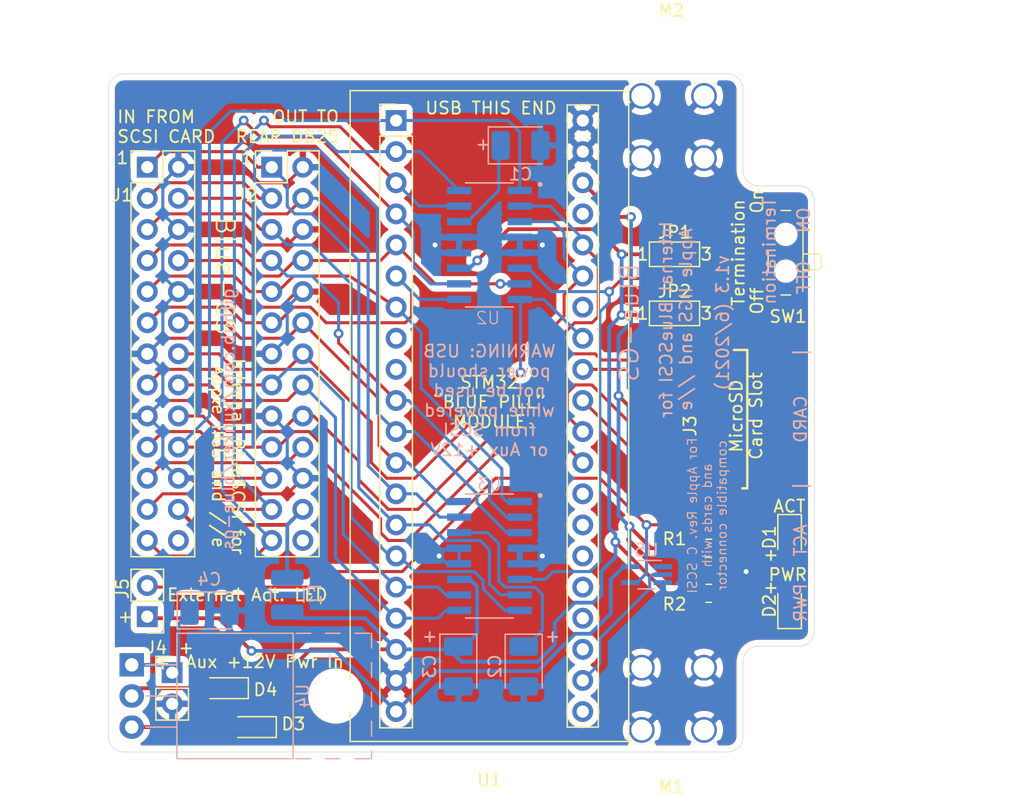
<source format=kicad_pcb>
(kicad_pcb (version 20171130) (host pcbnew "(5.1.8-0-10_14)")
  (layers (0 F.Cu signal) (31 B.Cu signal) (34 B.Paste user) (35 F.Paste user) (36 B.SilkS user) (37 F.SilkS user) (38 B.Mask user) (39 F.Mask user) (44 Edge.Cuts user))
  (net 0 "")
  (net 1 "Net-(U1-Pad37)")
  (net 2 "Net-(U1-Pad34)")
  (net 3 "Net-(U1-Pad8)")
  (net 4 "Net-(U1-Pad9)")
  (net 5 "Net-(U1-Pad28)")
  (net 6 "Net-(U1-Pad25)")
  (net 7 "Net-(U1-Pad24)")
  (net 8 "Net-(U1-Pad23)")
  (net 9 "Net-(U1-Pad21)")
  (net 10 "Net-(J1-Pad26)")
  (net 11 "Net-(J2-Pad26)")
  (net 12 +5V)
  (net 13 GND)
  (net 14 /SCSI_DB4)
  (net 15 /SCSI_DB2)
  (net 16 /SCSI_DB1)
  (net 17 /SCSI_DBP)
  (net 18 /SCSI_SEL)
  (net 19 /SCSI_ATN)
  (net 20 /SCSI_C_D)
  (net 21 /SCSI_DB7)
  (net 22 /SCSI_DB6)
  (net 23 /SCSI_DB5)
  (net 24 /SCSI_DB3)
  (net 25 /SCSI_DB0)
  (net 26 /SCSI_BSY)
  (net 27 /SCSI_ACK)
  (net 28 /SCSI_RST)
  (net 29 /SCSI_I_O)
  (net 30 /SCSI_MSG)
  (net 31 /SCSI_REQ)
  (net 32 /SD_MISO)
  (net 33 /SD_CSK)
  (net 34 +3V3)
  (net 35 /SD_MOSI)
  (net 36 /SD_CS)
  (net 37 "Net-(J3-Pad8)")
  (net 38 "Net-(J3-Pad1)")
  (net 39 "Net-(D2-Pad2)")
  (net 40 "Net-(C1-Pad1)")
  (net 41 "Net-(C2-Pad1)")
  (net 42 /TERM_DISC)
  (net 43 "Net-(D1-Pad1)")
  (net 44 /DEBUG_RX)
  (net 45 /DEBUG_TX)
  (net 46 "Net-(D4-Pad2)")
  (net 47 /+12V_AUX)
  (net 48 /TERM_EN)
  (net 49 /TERM_DIS)
  (net 50 /DISK_ACT)
  (net 51 /REG_OUT)
  (net 52 /SCSI_TERMPWR)
  (net 53 "Net-(D1-Pad2)")
  (net 54 "Net-(U5-Pad1)")
  (module Package_TO_SOT_SMD:SOT-353_SC-70-5_Handsoldering (layer B.Cu) (at 172.847 87.884 180)
    (fp_text reference U5 (at 0 2) (layer B.SilkS) (effects (justify mirror)))
    (fp_text value NL17SZ07DFT2G)
    (pad 5 smd rect (at 1.33 0.65 180) (size 1.5 0.4) (layers B.Cu B.Paste B.Mask) (net 34 +3V3))
    (pad 4 smd rect (at 1.33 -0.65 180) (size 1.5 0.4) (layers B.Cu B.Paste B.Mask) (net 43 "Net-(D1-Pad1)"))
    (pad 3 smd rect (at -1.33 -0.65 180) (size 1.5 0.4) (layers B.Cu B.Paste B.Mask) (net 13 GND))
    (pad 2 smd rect (at -1.33 0 180) (size 1.5 0.4) (layers B.Cu B.Paste B.Mask) (net 50 /DISK_ACT))
    (pad 1 smd rect (at -1.33 0.65 180) (size 1.5 0.4) (layers B.Cu B.Paste B.Mask) (net 54 "Net-(U5-Pad1)"))
  )
  (module Package_TO_SOT_THT:TO-220-3_Horizontal_TabUp (layer B.Cu) (at 130.81 95.25 270)
    (fp_text reference U4 (at 2.54 -13.97 90) (layer B.SilkS) (effects (justify mirror)))
    (fp_text value MC7805CT-BP)
    (pad 3 thru_hole oval (at 5.08 0 270) (size 1.905 2) (drill 1.1) (layers *.Cu *.Mask) (net 51 /REG_OUT))
    (pad 2 thru_hole oval (at 2.54 0 270) (size 1.905 2) (drill 1.1) (layers *.Cu *.Mask) (net 46 "Net-(D4-Pad2)"))
    (pad 1 thru_hole rect (at 0 0 270) (size 1.905 2) (drill 1.1) (layers *.Cu *.Mask) (net 47 /+12V_AUX))
    (pad "" np_thru_hole oval (at 2.54 -16.66 270) (size 3.5 3.5) (drill 3.5) (layers *.Cu *.Mask))
  )
  (module "my library:keystone-7774" (layer F.Cu) (at 180.721 53.871 180)
    (fp_text reference M2 (at 5.842 12.065) (layer F.SilkS))
    (fp_text value Screw_Terminal_01x01)
    (pad 1 thru_hole circle (at 8.26 5.08 180) (size 2.1 2.1) (drill 1.7) (layers *.Cu *.Mask) (net 13 GND))
    (pad 1 thru_hole circle (at 3.18 5.08 180) (size 2.1 2.1) (drill 1.7) (layers *.Cu *.Mask) (net 13 GND))
    (pad 1 thru_hole circle (at 8.26 0 180) (size 2.1 2.1) (drill 1.7) (layers *.Cu *.Mask) (net 13 GND))
    (pad 1 thru_hole circle (at 3.18 0 180) (size 2.1 2.1) (drill 1.7) (layers *.Cu *.Mask) (net 13 GND))
  )
  (module "my library:keystone-7774" (layer F.Cu) (at 180.721 100.561 180)
    (fp_text reference M1 (at 5.842 -4.649) (layer F.SilkS))
    (fp_text value Screw_Terminal_01x01)
    (pad 1 thru_hole circle (at 8.26 5.08 180) (size 2.1 2.1) (drill 1.7) (layers *.Cu *.Mask) (net 13 GND))
    (pad 1 thru_hole circle (at 3.18 5.08 180) (size 2.1 2.1) (drill 1.7) (layers *.Cu *.Mask) (net 13 GND))
    (pad 1 thru_hole circle (at 8.26 0 180) (size 2.1 2.1) (drill 1.7) (layers *.Cu *.Mask) (net 13 GND))
    (pad 1 thru_hole circle (at 3.18 0 180) (size 2.1 2.1) (drill 1.7) (layers *.Cu *.Mask) (net 13 GND))
  )
  (module Connector_PinHeader_2.54mm:PinHeader_1x02_P2.54mm_Vertical (layer F.Cu) (at 132.08 91.313 180)
    (fp_text reference J5 (at 2.032 2.286 270) (layer F.SilkS))
    (fp_text value Conn_01x02_Male)
    (pad 2 thru_hole oval (at 0 2.54 180) (size 1.7 1.7) (drill 1) (layers *.Cu *.Mask) (net 43 "Net-(D1-Pad1)"))
    (pad 1 thru_hole rect (at 0 0 180) (size 1.7 1.7) (drill 1) (layers *.Cu *.Mask) (net 34 +3V3))
  )
  (module Fuse:Fuse_1210_3225Metric (layer B.Cu) (at 143.51 89.535 90)
    (fp_text reference F1 (at 0 2.28 270) (layer B.SilkS) (effects (justify mirror)))
    (fp_text value Fuse)
    (pad 2 smd roundrect (at 1.4 0 90) (size 1.25 2.65) (layers B.Cu B.Paste B.Mask) (roundrect_rratio 0.2) (net 52 /SCSI_TERMPWR))
    (pad 1 smd roundrect (at -1.4 0 90) (size 1.25 2.65) (layers B.Cu B.Paste B.Mask) (roundrect_rratio 0.2) (net 12 +5V))
  )
  (module Jumper:SolderJumper-3_P1.3mm_Open_Pad1.0x1.5mm_NumberLabels (layer F.Cu) (at 175.133 66.548)
    (fp_text reference JP2 (at 0 -1.8) (layer F.SilkS))
    (fp_text value Jumper_3_Open)
    (fp_text user 1 (at -2.6 0) (layer F.SilkS))
    (fp_text user 3 (at 2.6 0) (layer F.SilkS))
    (pad 1 smd rect (at -1.3 0) (size 1 1.5) (layers F.Cu F.Mask) (net 12 +5V))
    (pad 2 smd rect (at 0 0) (size 1 1.5) (layers F.Cu F.Mask) (net 49 /TERM_DIS))
    (pad 3 smd rect (at 1.3 0) (size 1 1.5) (layers F.Cu F.Mask) (net 13 GND))
  )
  (module Jumper:SolderJumper-3_P1.3mm_Open_Pad1.0x1.5mm_NumberLabels (layer F.Cu) (at 175.133 61.722)
    (fp_text reference JP1 (at 0 -1.8) (layer F.SilkS))
    (fp_text value Jumper_3_Open)
    (fp_text user 1 (at -2.6 0) (layer F.SilkS))
    (fp_text user 3 (at 2.6 0) (layer F.SilkS))
    (pad 1 smd rect (at -1.3 0) (size 1 1.5) (layers F.Cu F.Mask) (net 12 +5V))
    (pad 2 smd rect (at 0 0) (size 1 1.5) (layers F.Cu F.Mask) (net 48 /TERM_EN))
    (pad 3 smd rect (at 1.3 0) (size 1 1.5) (layers F.Cu F.Mask) (net 13 GND))
  )
  (module "Molex 105162-0001:105162-0001" (layer F.Cu) (at 174.625 75.184 90)
    (fp_text reference J3 (at -0.549 1.778 90) (layer F.SilkS))
    (fp_text value 105162-0001)
    (pad 1 smd rect (at 3.55 7.34 90) (size 0.5 1) (layers F.Cu F.Paste F.Mask) (net 38 "Net-(J3-Pad1)"))
    (pad 2 smd rect (at 2.45 7.34 90) (size 0.5 1) (layers F.Cu F.Paste F.Mask) (net 36 /SD_CS))
    (pad 3 smd rect (at 1.35 7.34 90) (size 0.5 1) (layers F.Cu F.Paste F.Mask) (net 35 /SD_MOSI))
    (pad 4 smd rect (at 0.25 7.34 90) (size 0.5 1) (layers F.Cu F.Paste F.Mask) (net 34 +3V3))
    (pad 5 smd rect (at -0.85 7.34 90) (size 0.5 1) (layers F.Cu F.Paste F.Mask) (net 33 /SD_CSK))
    (pad 6 smd rect (at -1.95 7.34 90) (size 0.5 1) (layers F.Cu F.Paste F.Mask) (net 13 GND))
    (pad 7 smd rect (at -3.05 7.34 90) (size 0.5 1) (layers F.Cu F.Paste F.Mask) (net 32 /SD_MISO))
    (pad 8 smd rect (at -4.15 7.34 90) (size 0.5 1) (layers F.Cu F.Paste F.Mask) (net 37 "Net-(J3-Pad8)"))
    (pad 9 smd rect (at 5.31 4.66 90) (size 0.72 0.78) (layers F.Cu F.Paste F.Mask) (net 13 GND))
    (pad 10 smd rect (at 5.325 3.39 90) (size 1.05 1.08) (layers F.Cu F.Paste F.Mask) (net 13 GND))
    (pad 11 smd rect (at 5.325 0.78 90) (size 1.05 1.2) (layers F.Cu F.Paste F.Mask) (net 13 GND))
    (pad 12 smd rect (at -5.325 1.35 90) (size 1.05 1.2) (layers F.Cu F.Paste F.Mask) (net 13 GND))
    (pad 13 smd rect (at -5.325 4.535 90) (size 1.05 2.39) (layers F.Cu F.Paste F.Mask) (net 13 GND))
    (pad 14 smd rect (at 1.986 0.105 90) (size 2.91 0.55) (layers F.Cu F.Paste F.Mask))
    (pad 15 smd rect (at -2.204 0.105 90) (size 2.91 0.55) (layers F.Cu F.Paste F.Mask))
  )
  (module Diode_SMD:D_SOD-323_HandSoldering (layer F.Cu) (at 138.43 97.155 180)
    (fp_text reference D4 (at -3.302 -0.127) (layer F.SilkS))
    (fp_text value 1N4001)
    (pad 2 smd rect (at 1.25 0 180) (size 1 1) (layers F.Cu F.Paste F.Mask) (net 46 "Net-(D4-Pad2)"))
    (pad 1 smd rect (at -1.25 0 180) (size 1 1) (layers F.Cu F.Paste F.Mask) (net 13 GND))
  )
  (module Diode_SMD:D_SOD-323_HandSoldering (layer F.Cu) (at 140.716 100.33 180)
    (fp_text reference D3 (at -3.302 0.254) (layer F.SilkS))
    (fp_text value 1N4001)
    (pad 2 smd rect (at 1.25 0 180) (size 1 1) (layers F.Cu F.Paste F.Mask) (net 51 /REG_OUT))
    (pad 1 smd rect (at -1.25 0 180) (size 1 1) (layers F.Cu F.Paste F.Mask) (net 12 +5V))
  )
  (module Connector_PinHeader_2.54mm:PinHeader_1x02_P2.54mm_Vertical (layer F.Cu) (at 134.112 95.885)
    (fp_text reference J4 (at -1.27 -2.032 180) (layer F.SilkS))
    (fp_text value Conn_01x02_Male)
    (pad 2 thru_hole oval (at 0 2.54) (size 1.7 1.7) (drill 1) (layers *.Cu *.Mask) (net 13 GND))
    (pad 1 thru_hole rect (at 0 0) (size 1.7 1.7) (drill 1) (layers *.Cu *.Mask) (net 47 /+12V_AUX))
  )
  (module Capacitor_Tantalum_SMD:CP_EIA-3528-21_Kemet-B_Pad1.50x2.35mm_HandSolder (layer B.Cu) (at 137.16 90.805)
    (fp_text reference C4 (at 0 -2.54 180) (layer B.SilkS) (effects (justify mirror)))
    (fp_text value 10uF)
    (pad 2 smd roundrect (at 1.625 0) (size 1.5 2.35) (layers B.Cu B.Paste B.Mask) (roundrect_rratio 0.1666666666666667) (net 13 GND))
    (pad 1 smd roundrect (at -1.625 0) (size 1.5 2.35) (layers B.Cu B.Paste B.Mask) (roundrect_rratio 0.1666666666666667) (net 47 /+12V_AUX))
  )
  (module Button_Switch_SMD:SW_SPDT_PCM12 (layer F.Cu) (at 183.896 61.595 90)
    (fp_text reference SW1 (at -5.207 0.508) (layer F.SilkS))
    (fp_text value SW_SPDT)
    (pad "" np_thru_hole circle (at -1.5 0.33 90) (size 0.9 0.9) (drill 0.9) (layers *.Cu *.Mask))
    (pad "" np_thru_hole circle (at 1.5 0.33 90) (size 0.9 0.9) (drill 0.9) (layers *.Cu *.Mask))
    (pad 1 smd rect (at -2.25 -1.43 90) (size 0.7 1.5) (layers F.Cu F.Paste F.Mask) (net 49 /TERM_DIS))
    (pad 2 smd rect (at 0.75 -1.43 90) (size 0.7 1.5) (layers F.Cu F.Paste F.Mask) (net 42 /TERM_DISC))
    (pad 3 smd rect (at 2.25 -1.43 90) (size 0.7 1.5) (layers F.Cu F.Paste F.Mask) (net 48 /TERM_EN))
    (pad "" smd rect (at -3.65 1.43 90) (size 1 0.8) (layers F.Cu F.Paste F.Mask))
    (pad "" smd rect (at 3.65 1.43 90) (size 1 0.8) (layers F.Cu F.Paste F.Mask))
    (pad "" smd rect (at 3.65 -0.78 90) (size 1 0.8) (layers F.Cu F.Paste F.Mask))
    (pad "" smd rect (at -3.65 -0.78 90) (size 1 0.8) (layers F.Cu F.Paste F.Mask))
  )
  (module Capacitor_Tantalum_SMD:CP_EIA-3528-21_Kemet-B_Pad1.50x2.35mm_HandSolder (layer B.Cu) (at 157.48 95.377 270)
    (fp_text reference C3 (at 0 2.35 90) (layer B.SilkS) (effects (justify mirror)))
    (fp_text value "4.7uF, 6.3v")
    (pad 2 smd roundrect (at 1.625 0 270) (size 1.5 2.35) (layers B.Cu B.Paste B.Mask) (roundrect_rratio 0.1666666666666667) (net 13 GND))
    (pad 1 smd roundrect (at -1.625 0 270) (size 1.5 2.35) (layers B.Cu B.Paste B.Mask) (roundrect_rratio 0.1666666666666667) (net 12 +5V))
  )
  (module Capacitor_Tantalum_SMD:CP_EIA-3528-21_Kemet-B_Pad1.50x2.35mm_HandSolder (layer B.Cu) (at 162.814 95.377 270)
    (fp_text reference C2 (at 0 2.35 90) (layer B.SilkS) (effects (justify mirror)))
    (fp_text value "4.7uF, 6.3v")
    (pad 2 smd roundrect (at 1.625 0 270) (size 1.5 2.35) (layers B.Cu B.Paste B.Mask) (roundrect_rratio 0.1666666666666667) (net 13 GND))
    (pad 1 smd roundrect (at -1.625 0 270) (size 1.5 2.35) (layers B.Cu B.Paste B.Mask) (roundrect_rratio 0.1666666666666667) (net 41 "Net-(C2-Pad1)"))
  )
  (module Capacitor_Tantalum_SMD:CP_EIA-3528-21_Kemet-B_Pad1.50x2.35mm_HandSolder (layer B.Cu) (at 162.56 52.832)
    (fp_text reference C1 (at 0 2.35) (layer B.SilkS) (effects (justify mirror)))
    (fp_text value "4.7uF, 6.3v")
    (pad 2 smd roundrect (at 1.625 0) (size 1.5 2.35) (layers B.Cu B.Paste B.Mask) (roundrect_rratio 0.1666666666666667) (net 13 GND))
    (pad 1 smd roundrect (at -1.625 0) (size 1.5 2.35) (layers B.Cu B.Paste B.Mask) (roundrect_rratio 0.1666666666666667) (net 40 "Net-(C1-Pad1)"))
  )
  (module LED_SMD:LED_0805_2012Metric_Pad1.15x1.40mm_HandSolder (layer F.Cu) (at 184.531 90.424 90)
    (fp_text reference D2 (at 0 -1.65 90) (layer F.SilkS))
    (fp_text value LED)
    (pad 2 smd roundrect (at 1.025 0 90) (size 1.15 1.4) (layers F.Cu F.Paste F.Mask) (roundrect_rratio 0.2173904347826087) (net 39 "Net-(D2-Pad2)"))
    (pad 1 smd roundrect (at -1.025 0 90) (size 1.15 1.4) (layers F.Cu F.Paste F.Mask) (roundrect_rratio 0.2173904347826087) (net 13 GND))
  )
  (module LED_SMD:LED_0805_2012Metric_Pad1.15x1.40mm_HandSolder (layer F.Cu) (at 184.531 84.836 270)
    (fp_text reference D1 (at 0 1.651 90) (layer F.SilkS))
    (fp_text value LED)
    (pad 2 smd roundrect (at 1.025 0 270) (size 1.15 1.4) (layers F.Cu F.Paste F.Mask) (roundrect_rratio 0.2173904347826087) (net 53 "Net-(D1-Pad2)"))
    (pad 1 smd roundrect (at -1.025 0 270) (size 1.15 1.4) (layers F.Cu F.Paste F.Mask) (roundrect_rratio 0.2173904347826087) (net 43 "Net-(D1-Pad1)"))
  )
  (module Resistor_SMD:R_0805_2012Metric_Pad1.20x1.40mm_HandSolder (layer F.Cu) (at 177.927 89.408 180)
    (fp_text reference R2 (at 2.794 -0.889) (layer F.SilkS))
    (fp_text value 1K)
    (pad 2 smd roundrect (at 1 0 180) (size 1.2 1.4) (layers F.Cu F.Paste F.Mask) (roundrect_rratio 0.2083325) (net 12 +5V))
    (pad 1 smd roundrect (at -1 0 180) (size 1.2 1.4) (layers F.Cu F.Paste F.Mask) (roundrect_rratio 0.2083325) (net 39 "Net-(D2-Pad2)"))
  )
  (module Resistor_SMD:R_0805_2012Metric_Pad1.20x1.40mm_HandSolder (layer F.Cu) (at 177.927 85.725)
    (fp_text reference R1 (at -2.794 -0.762) (layer F.SilkS))
    (fp_text value 470)
    (pad 2 smd roundrect (at 1 0) (size 1.2 1.4) (layers F.Cu F.Paste F.Mask) (roundrect_rratio 0.2083325) (net 53 "Net-(D1-Pad2)"))
    (pad 1 smd roundrect (at -1 0) (size 1.2 1.4) (layers F.Cu F.Paste F.Mask) (roundrect_rratio 0.2083325) (net 34 +3V3))
  )
  (module Connector_PinHeader_2.54mm:PinHeader_2x13_P2.54mm_Vertical (layer F.Cu) (at 142.24 54.61)
    (fp_text reference J2 (at -2.032 2.286) (layer F.SilkS))
    (fp_text value Conn_02x13_Odd_Even)
    (pad 26 thru_hole oval (at 2.54 30.48) (size 1.7 1.7) (drill 1) (layers *.Cu *.Mask) (net 11 "Net-(J2-Pad26)"))
    (pad 25 thru_hole oval (at 0 30.48) (size 1.7 1.7) (drill 1) (layers *.Cu *.Mask) (net 21 /SCSI_DB7))
    (pad 24 thru_hole oval (at 2.54 27.94) (size 1.7 1.7) (drill 1) (layers *.Cu *.Mask) (net 52 /SCSI_TERMPWR))
    (pad 23 thru_hole oval (at 0 27.94) (size 1.7 1.7) (drill 1) (layers *.Cu *.Mask) (net 22 /SCSI_DB6))
    (pad 22 thru_hole oval (at 2.54 25.4) (size 1.7 1.7) (drill 1) (layers *.Cu *.Mask) (net 13 GND))
    (pad 21 thru_hole oval (at 0 25.4) (size 1.7 1.7) (drill 1) (layers *.Cu *.Mask) (net 23 /SCSI_DB5))
    (pad 20 thru_hole oval (at 2.54 22.86) (size 1.7 1.7) (drill 1) (layers *.Cu *.Mask) (net 14 /SCSI_DB4))
    (pad 19 thru_hole oval (at 0 22.86) (size 1.7 1.7) (drill 1) (layers *.Cu *.Mask) (net 24 /SCSI_DB3))
    (pad 18 thru_hole oval (at 2.54 20.32) (size 1.7 1.7) (drill 1) (layers *.Cu *.Mask) (net 15 /SCSI_DB2))
    (pad 17 thru_hole oval (at 0 20.32) (size 1.7 1.7) (drill 1) (layers *.Cu *.Mask) (net 13 GND))
    (pad 16 thru_hole oval (at 2.54 17.78) (size 1.7 1.7) (drill 1) (layers *.Cu *.Mask) (net 16 /SCSI_DB1))
    (pad 15 thru_hole oval (at 0 17.78) (size 1.7 1.7) (drill 1) (layers *.Cu *.Mask) (net 25 /SCSI_DB0))
    (pad 14 thru_hole oval (at 2.54 15.24) (size 1.7 1.7) (drill 1) (layers *.Cu *.Mask) (net 17 /SCSI_DBP))
    (pad 13 thru_hole oval (at 0 15.24) (size 1.7 1.7) (drill 1) (layers *.Cu *.Mask) (net 13 GND))
    (pad 12 thru_hole oval (at 2.54 12.7) (size 1.7 1.7) (drill 1) (layers *.Cu *.Mask) (net 18 /SCSI_SEL))
    (pad 11 thru_hole oval (at 0 12.7) (size 1.7 1.7) (drill 1) (layers *.Cu *.Mask) (net 26 /SCSI_BSY))
    (pad 10 thru_hole oval (at 2.54 10.16) (size 1.7 1.7) (drill 1) (layers *.Cu *.Mask) (net 13 GND))
    (pad 9 thru_hole oval (at 0 10.16) (size 1.7 1.7) (drill 1) (layers *.Cu *.Mask) (net 27 /SCSI_ACK))
    (pad 8 thru_hole oval (at 2.54 7.62) (size 1.7 1.7) (drill 1) (layers *.Cu *.Mask) (net 19 /SCSI_ATN))
    (pad 7 thru_hole oval (at 0 7.62) (size 1.7 1.7) (drill 1) (layers *.Cu *.Mask) (net 28 /SCSI_RST))
    (pad 6 thru_hole oval (at 2.54 5.08) (size 1.7 1.7) (drill 1) (layers *.Cu *.Mask) (net 13 GND))
    (pad 5 thru_hole oval (at 0 5.08) (size 1.7 1.7) (drill 1) (layers *.Cu *.Mask) (net 29 /SCSI_I_O))
    (pad 4 thru_hole oval (at 2.54 2.54) (size 1.7 1.7) (drill 1) (layers *.Cu *.Mask) (net 20 /SCSI_C_D))
    (pad 3 thru_hole oval (at 0 2.54) (size 1.7 1.7) (drill 1) (layers *.Cu *.Mask) (net 30 /SCSI_MSG))
    (pad 2 thru_hole oval (at 2.54 0) (size 1.7 1.7) (drill 1) (layers *.Cu *.Mask) (net 13 GND))
    (pad 1 thru_hole rect (at 0 0) (size 1.7 1.7) (drill 1) (layers *.Cu *.Mask) (net 31 /SCSI_REQ))
  )
  (module "my library:YAAJ_BluePill_2" (layer F.Cu) (at 152.4 50.8)
    (fp_text reference U1 (at 7.62 53.848) (layer F.SilkS))
    (fp_text value YAAJ_BluePill hide)
    (pad 40 thru_hole circle (at 15.24 0) (size 1.7 1.7) (drill 1) (layers *.Cu *.Mask) (net 13 GND))
    (pad 1 thru_hole rect (at 0 0) (size 1.7 1.7) (drill 1) (layers *.Cu *.Mask) (net 14 /SCSI_DB4))
    (pad 39 thru_hole circle (at 15.24 2.54) (size 1.7 1.7) (drill 1) (layers *.Cu *.Mask) (net 13 GND))
    (pad 2 thru_hole circle (at 0 2.54) (size 1.7 1.7) (drill 1) (layers *.Cu *.Mask) (net 23 /SCSI_DB5))
    (pad 38 thru_hole circle (at 15.24 5.08) (size 1.7 1.7) (drill 1) (layers *.Cu *.Mask) (net 34 +3V3))
    (pad 3 thru_hole circle (at 0 5.08) (size 1.7 1.7) (drill 1) (layers *.Cu *.Mask) (net 22 /SCSI_DB6))
    (pad 37 thru_hole circle (at 15.24 7.62) (size 1.7 1.7) (drill 1) (layers *.Cu *.Mask) (net 1 "Net-(U1-Pad37)"))
    (pad 4 thru_hole circle (at 0 7.62) (size 1.7 1.7) (drill 1) (layers *.Cu *.Mask) (net 21 /SCSI_DB7))
    (pad 36 thru_hole circle (at 15.24 10.16) (size 1.7 1.7) (drill 1) (layers *.Cu *.Mask) (net 24 /SCSI_DB3))
    (pad 5 thru_hole circle (at 0 10.16) (size 1.7 1.7) (drill 1) (layers *.Cu *.Mask) (net 19 /SCSI_ATN))
    (pad 35 thru_hole circle (at 15.24 12.7) (size 1.7 1.7) (drill 1) (layers *.Cu *.Mask) (net 15 /SCSI_DB2))
    (pad 6 thru_hole circle (at 0 12.7) (size 1.7 1.7) (drill 1) (layers *.Cu *.Mask) (net 26 /SCSI_BSY))
    (pad 34 thru_hole circle (at 15.24 15.24) (size 1.7 1.7) (drill 1) (layers *.Cu *.Mask) (net 2 "Net-(U1-Pad34)"))
    (pad 7 thru_hole circle (at 0 15.24) (size 1.7 1.7) (drill 1) (layers *.Cu *.Mask) (net 27 /SCSI_ACK))
    (pad 33 thru_hole circle (at 15.24 17.78) (size 1.7 1.7) (drill 1) (layers *.Cu *.Mask) (net 17 /SCSI_DBP))
    (pad 8 thru_hole circle (at 0 17.78) (size 1.7 1.7) (drill 1) (layers *.Cu *.Mask) (net 3 "Net-(U1-Pad8)"))
    (pad 32 thru_hole circle (at 15.24 20.32) (size 1.7 1.7) (drill 1) (layers *.Cu *.Mask) (net 35 /SD_MOSI))
    (pad 9 thru_hole circle (at 0 20.32) (size 1.7 1.7) (drill 1) (layers *.Cu *.Mask) (net 4 "Net-(U1-Pad9)"))
    (pad 31 thru_hole circle (at 15.24 22.86) (size 1.7 1.7) (drill 1) (layers *.Cu *.Mask) (net 32 /SD_MISO))
    (pad 10 thru_hole circle (at 0 22.86) (size 1.7 1.7) (drill 1) (layers *.Cu *.Mask) (net 28 /SCSI_RST))
    (pad 30 thru_hole circle (at 15.24 25.4) (size 1.7 1.7) (drill 1) (layers *.Cu *.Mask) (net 33 /SD_CSK))
    (pad 11 thru_hole circle (at 0 25.4) (size 1.7 1.7) (drill 1) (layers *.Cu *.Mask) (net 30 /SCSI_MSG))
    (pad 29 thru_hole circle (at 15.24 27.94) (size 1.7 1.7) (drill 1) (layers *.Cu *.Mask) (net 36 /SD_CS))
    (pad 12 thru_hole circle (at 0 27.94) (size 1.7 1.7) (drill 1) (layers *.Cu *.Mask) (net 18 /SCSI_SEL))
    (pad 28 thru_hole circle (at 15.24 30.48) (size 1.7 1.7) (drill 1) (layers *.Cu *.Mask) (net 5 "Net-(U1-Pad28)"))
    (pad 13 thru_hole circle (at 0 30.48) (size 1.7 1.7) (drill 1) (layers *.Cu *.Mask) (net 20 /SCSI_C_D))
    (pad 27 thru_hole circle (at 15.24 33.02) (size 1.7 1.7) (drill 1) (layers *.Cu *.Mask) (net 44 /DEBUG_RX))
    (pad 14 thru_hole circle (at 0 33.02) (size 1.7 1.7) (drill 1) (layers *.Cu *.Mask) (net 31 /SCSI_REQ))
    (pad 26 thru_hole circle (at 15.24 35.56) (size 1.7 1.7) (drill 1) (layers *.Cu *.Mask) (net 45 /DEBUG_TX))
    (pad 15 thru_hole circle (at 0 35.56) (size 1.7 1.7) (drill 1) (layers *.Cu *.Mask) (net 29 /SCSI_I_O))
    (pad 25 thru_hole circle (at 15.24 38.1) (size 1.7 1.7) (drill 1) (layers *.Cu *.Mask) (net 6 "Net-(U1-Pad25)"))
    (pad 16 thru_hole circle (at 0 38.1) (size 1.7 1.7) (drill 1) (layers *.Cu *.Mask) (net 25 /SCSI_DB0))
    (pad 24 thru_hole circle (at 15.24 40.64) (size 1.7 1.7) (drill 1) (layers *.Cu *.Mask) (net 7 "Net-(U1-Pad24)"))
    (pad 17 thru_hole circle (at 0 40.64) (size 1.7 1.7) (drill 1) (layers *.Cu *.Mask) (net 16 /SCSI_DB1))
    (pad 23 thru_hole circle (at 15.24 43.18) (size 1.7 1.7) (drill 1) (layers *.Cu *.Mask) (net 8 "Net-(U1-Pad23)"))
    (pad 18 thru_hole circle (at 0 43.18) (size 1.7 1.7) (drill 1) (layers *.Cu *.Mask) (net 12 +5V))
    (pad 22 thru_hole circle (at 15.24 45.72) (size 1.7 1.7) (drill 1) (layers *.Cu *.Mask) (net 50 /DISK_ACT))
    (pad 19 thru_hole circle (at 0 45.72) (size 1.7 1.7) (drill 1) (layers *.Cu *.Mask) (net 13 GND))
    (pad 21 thru_hole circle (at 15.24 48.26) (size 1.7 1.7) (drill 1) (layers *.Cu *.Mask) (net 9 "Net-(U1-Pad21)"))
    (pad 20 thru_hole circle (at 0 48.26) (size 1.7 1.7) (drill 1) (layers *.Cu *.Mask) (net 34 +3V3))
  )
  (module "my library:SOIC127P600X175-16N" (layer B.Cu) (at 160.02 86.36 180)
    (fp_text reference U3 (at 0 5.842) (layer B.SilkS) (effects (font (thickness 0.1)) (justify mirror)))
    (fp_text value "UC560x, UCC56xx")
    (pad 1 smd rect (at -2.475 4.445 180) (size 1.97 0.6) (layers B.Cu B.Paste B.Mask) (net 27 /SCSI_ACK))
    (pad 2 smd rect (at -2.475 3.175 180) (size 1.97 0.6) (layers B.Cu B.Paste B.Mask) (net 28 /SCSI_RST))
    (pad 3 smd rect (at -2.475 1.905 180) (size 1.97 0.6) (layers B.Cu B.Paste B.Mask) (net 30 /SCSI_MSG))
    (pad 4 smd rect (at -2.475 0.635 180) (size 1.97 0.6) (layers B.Cu B.Paste B.Mask) (net 13 GND))
    (pad 5 smd rect (at -2.475 -0.635 180) (size 1.97 0.6) (layers B.Cu B.Paste B.Mask) (net 13 GND))
    (pad 6 smd rect (at -2.475 -1.905 180) (size 1.97 0.6) (layers B.Cu B.Paste B.Mask) (net 42 /TERM_DISC))
    (pad 7 smd rect (at -2.475 -3.175 180) (size 1.97 0.6) (layers B.Cu B.Paste B.Mask) (net 31 /SCSI_REQ))
    (pad 8 smd rect (at -2.475 -4.445 180) (size 1.97 0.6) (layers B.Cu B.Paste B.Mask) (net 29 /SCSI_I_O))
    (pad 9 smd rect (at 2.475 -4.445 180) (size 1.97 0.6) (layers B.Cu B.Paste B.Mask) (net 16 /SCSI_DB1))
    (pad 10 smd rect (at 2.475 -3.175 180) (size 1.97 0.6) (layers B.Cu B.Paste B.Mask) (net 25 /SCSI_DB0))
    (pad 11 smd rect (at 2.475 -1.905 180) (size 1.97 0.6) (layers B.Cu B.Paste B.Mask) (net 12 +5V))
    (pad 12 smd rect (at 2.475 -0.635 180) (size 1.97 0.6) (layers B.Cu B.Paste B.Mask) (net 13 GND))
    (pad 13 smd rect (at 2.475 0.635 180) (size 1.97 0.6) (layers B.Cu B.Paste B.Mask) (net 13 GND))
    (pad 14 smd rect (at 2.475 1.905 180) (size 1.97 0.6) (layers B.Cu B.Paste B.Mask) (net 41 "Net-(C2-Pad1)"))
    (pad 15 smd rect (at 2.475 3.175 180) (size 1.97 0.6) (layers B.Cu B.Paste B.Mask) (net 20 /SCSI_C_D))
    (pad 16 smd rect (at 2.475 4.445 180) (size 1.97 0.6) (layers B.Cu B.Paste B.Mask) (net 18 /SCSI_SEL))
  )
  (module "my library:SOIC127P600X175-16N" (layer B.Cu) (at 160.02 60.96 180)
    (fp_text reference U2 (at 0.127 -5.969) (layer B.SilkS) (effects (font (thickness 0.1)) (justify mirror)))
    (fp_text value "UC560x, UCC56xx")
    (pad 1 smd rect (at -2.475 4.445 180) (size 1.97 0.6) (layers B.Cu B.Paste B.Mask) (net 14 /SCSI_DB4))
    (pad 2 smd rect (at -2.475 3.175 180) (size 1.97 0.6) (layers B.Cu B.Paste B.Mask) (net 24 /SCSI_DB3))
    (pad 3 smd rect (at -2.475 1.905 180) (size 1.97 0.6) (layers B.Cu B.Paste B.Mask) (net 15 /SCSI_DB2))
    (pad 4 smd rect (at -2.475 0.635 180) (size 1.97 0.6) (layers B.Cu B.Paste B.Mask) (net 13 GND))
    (pad 5 smd rect (at -2.475 -0.635 180) (size 1.97 0.6) (layers B.Cu B.Paste B.Mask) (net 13 GND))
    (pad 6 smd rect (at -2.475 -1.905 180) (size 1.97 0.6) (layers B.Cu B.Paste B.Mask) (net 42 /TERM_DISC))
    (pad 7 smd rect (at -2.475 -3.175 180) (size 1.97 0.6) (layers B.Cu B.Paste B.Mask) (net 19 /SCSI_ATN))
    (pad 8 smd rect (at -2.475 -4.445 180) (size 1.97 0.6) (layers B.Cu B.Paste B.Mask) (net 17 /SCSI_DBP))
    (pad 9 smd rect (at 2.475 -4.445 180) (size 1.97 0.6) (layers B.Cu B.Paste B.Mask) (net 26 /SCSI_BSY))
    (pad 10 smd rect (at 2.475 -3.175 180) (size 1.97 0.6) (layers B.Cu B.Paste B.Mask) (net 21 /SCSI_DB7))
    (pad 11 smd rect (at 2.475 -1.905 180) (size 1.97 0.6) (layers B.Cu B.Paste B.Mask) (net 12 +5V))
    (pad 12 smd rect (at 2.475 -0.635 180) (size 1.97 0.6) (layers B.Cu B.Paste B.Mask) (net 13 GND))
    (pad 13 smd rect (at 2.475 0.635 180) (size 1.97 0.6) (layers B.Cu B.Paste B.Mask) (net 13 GND))
    (pad 14 smd rect (at 2.475 1.905 180) (size 1.97 0.6) (layers B.Cu B.Paste B.Mask) (net 40 "Net-(C1-Pad1)"))
    (pad 15 smd rect (at 2.475 3.175 180) (size 1.97 0.6) (layers B.Cu B.Paste B.Mask) (net 22 /SCSI_DB6))
    (pad 16 smd rect (at 2.475 4.445 180) (size 1.97 0.6) (layers B.Cu B.Paste B.Mask) (net 23 /SCSI_DB5))
  )
  (module Connector_PinHeader_2.54mm:PinHeader_2x13_P2.54mm_Vertical (layer F.Cu) (at 132.08 54.61)
    (fp_text reference J1 (at -2.032 2.286) (layer F.SilkS))
    (fp_text value Conn_02x13_Odd_Even)
    (pad 26 thru_hole oval (at 2.54 30.48) (size 1.7 1.7) (drill 1) (layers *.Cu *.Mask) (net 10 "Net-(J1-Pad26)"))
    (pad 25 thru_hole oval (at 0 30.48) (size 1.7 1.7) (drill 1) (layers *.Cu *.Mask) (net 21 /SCSI_DB7))
    (pad 24 thru_hole oval (at 2.54 27.94) (size 1.7 1.7) (drill 1) (layers *.Cu *.Mask) (net 52 /SCSI_TERMPWR))
    (pad 23 thru_hole oval (at 0 27.94) (size 1.7 1.7) (drill 1) (layers *.Cu *.Mask) (net 22 /SCSI_DB6))
    (pad 22 thru_hole oval (at 2.54 25.4) (size 1.7 1.7) (drill 1) (layers *.Cu *.Mask) (net 13 GND))
    (pad 21 thru_hole oval (at 0 25.4) (size 1.7 1.7) (drill 1) (layers *.Cu *.Mask) (net 23 /SCSI_DB5))
    (pad 20 thru_hole oval (at 2.54 22.86) (size 1.7 1.7) (drill 1) (layers *.Cu *.Mask) (net 14 /SCSI_DB4))
    (pad 19 thru_hole oval (at 0 22.86) (size 1.7 1.7) (drill 1) (layers *.Cu *.Mask) (net 24 /SCSI_DB3))
    (pad 18 thru_hole oval (at 2.54 20.32) (size 1.7 1.7) (drill 1) (layers *.Cu *.Mask) (net 15 /SCSI_DB2))
    (pad 17 thru_hole oval (at 0 20.32) (size 1.7 1.7) (drill 1) (layers *.Cu *.Mask) (net 13 GND))
    (pad 16 thru_hole oval (at 2.54 17.78) (size 1.7 1.7) (drill 1) (layers *.Cu *.Mask) (net 16 /SCSI_DB1))
    (pad 15 thru_hole oval (at 0 17.78) (size 1.7 1.7) (drill 1) (layers *.Cu *.Mask) (net 25 /SCSI_DB0))
    (pad 14 thru_hole oval (at 2.54 15.24) (size 1.7 1.7) (drill 1) (layers *.Cu *.Mask) (net 17 /SCSI_DBP))
    (pad 13 thru_hole oval (at 0 15.24) (size 1.7 1.7) (drill 1) (layers *.Cu *.Mask) (net 13 GND))
    (pad 12 thru_hole oval (at 2.54 12.7) (size 1.7 1.7) (drill 1) (layers *.Cu *.Mask) (net 18 /SCSI_SEL))
    (pad 11 thru_hole oval (at 0 12.7) (size 1.7 1.7) (drill 1) (layers *.Cu *.Mask) (net 26 /SCSI_BSY))
    (pad 10 thru_hole oval (at 2.54 10.16) (size 1.7 1.7) (drill 1) (layers *.Cu *.Mask) (net 13 GND))
    (pad 9 thru_hole oval (at 0 10.16) (size 1.7 1.7) (drill 1) (layers *.Cu *.Mask) (net 27 /SCSI_ACK))
    (pad 8 thru_hole oval (at 2.54 7.62) (size 1.7 1.7) (drill 1) (layers *.Cu *.Mask) (net 19 /SCSI_ATN))
    (pad 7 thru_hole oval (at 0 7.62) (size 1.7 1.7) (drill 1) (layers *.Cu *.Mask) (net 28 /SCSI_RST))
    (pad 6 thru_hole oval (at 2.54 5.08) (size 1.7 1.7) (drill 1) (layers *.Cu *.Mask) (net 13 GND))
    (pad 5 thru_hole oval (at 0 5.08) (size 1.7 1.7) (drill 1) (layers *.Cu *.Mask) (net 29 /SCSI_I_O))
    (pad 4 thru_hole oval (at 2.54 2.54) (size 1.7 1.7) (drill 1) (layers *.Cu *.Mask) (net 20 /SCSI_C_D))
    (pad 3 thru_hole oval (at 0 2.54) (size 1.7 1.7) (drill 1) (layers *.Cu *.Mask) (net 30 /SCSI_MSG))
    (pad 2 thru_hole oval (at 2.54 0) (size 1.7 1.7) (drill 1) (layers *.Cu *.Mask) (net 13 GND))
    (pad 1 thru_hole rect (at 0 0) (size 1.7 1.7) (drill 1) (layers *.Cu *.Mask) (net 31 /SCSI_REQ))
  )
  (gr_text + (at 183.007 88.9) (layer F.SilkS) (effects (font (size 1 1))))
  (gr_text + (at 183.007 86.233) (layer F.SilkS) (effects (font (size 1 1))))
  (gr_text "|    CARD    |" (at 185.42 75.184 90) (layer B.SilkS) (effects (font (size 1 1)) (justify mirror)))
  (gr_text "External Act. LED" (at 133.604 89.535) (layer F.SilkS) (effects (font (size 1 1)) (justify left)))
  (gr_text + (at 130.302 91.44 180) (layer F.SilkS) (effects (font (size 1 1))))
  (gr_text Blue-GS (at 138.43 63.5 270) (layer F.SilkS) (effects (font (size 1.5 1.5))))
  (gr_text "v1.3 (6/2021)" (at 179.07 67.31 90) (layer B.SilkS) (effects (font (size 1 1)) (justify mirror)))
  (gr_text Blue-GS (at 171.45 67.31 90) (layer B.SilkS) (effects (font (size 1.5 1.5)) (justify mirror)))
  (gr_text + (at 133.35 95.25 180) (layer F.SilkS) (effects (font (size 1 1))))
  (gr_text + (at 135.255 93.98 180) (layer F.SilkS) (effects (font (size 1 1))))
  (gr_text "Aux +12V Pwr In" (at 135.128 94.996) (layer F.SilkS) (effects (font (size 1 1)) (justify left)))
  (gr_text "Internal BlueSCSI for\nApple IIGS and //e" (at 175.26 67.056 90) (layer B.SilkS) (effects (font (size 1 1)) (justify mirror)))
  (gr_arc (start 181.991 94.996) (end 181.991 93.726) (angle -90) (layer Edge.Cuts) (width 0.05))
  (gr_arc (start 181.991 54.864) (end 180.721 54.864) (angle -90) (layer Edge.Cuts) (width 0.05))
  (gr_arc (start 185.293 57.404) (end 186.563 57.404) (angle -90) (layer Edge.Cuts) (width 0.05))
  (gr_arc (start 185.293 92.456) (end 185.293 93.726) (angle -90) (layer Edge.Cuts) (width 0.05))
  (gr_arc (start 130.175 101.092) (end 128.905 101.092) (angle -90) (layer Edge.Cuts) (width 0.05))
  (gr_arc (start 179.451 101.092) (end 179.451 102.362) (angle -90) (layer Edge.Cuts) (width 0.05))
  (gr_arc (start 179.451 48.26) (end 180.721 48.26) (angle -90) (layer Edge.Cuts) (width 0.05))
  (gr_arc (start 130.175 48.26) (end 130.175 46.99) (angle -90) (layer Edge.Cuts) (width 0.05))
  (gr_text "WARNING: USB\npower should\nnot be used\nwhile powered\nfrom SCSI\nor Aux +12V" (at 160.02 73.66) (layer B.SilkS) (effects (font (size 1 1)) (justify mirror)))
  (gr_line (start 181.991 93.726) (end 185.293 93.726) (layer Edge.Cuts) (width 0.05))
  (gr_line (start 180.721 94.996) (end 180.721 101.092) (layer Edge.Cuts) (width 0.05))
  (gr_line (start 181.991 56.134) (end 185.293 56.134) (layer Edge.Cuts) (width 0.05))
  (gr_line (start 180.721 48.26) (end 180.721 54.864) (layer Edge.Cuts) (width 0.05))
  (gr_text "For Apple Rev. C SCSI\nand cards with\ncompatible connector" (at 177.8 83.058 90) (layer B.SilkS) (effects (font (size 0.75 0.75) (thickness 0.1)) (justify mirror)))
  (gr_text "MicroSD\nCard Slot" (at 180.975 74.93 90) (layer F.SilkS) (effects (font (size 1 1))))
  (gr_text Off (at 181.864 65.532 90) (layer F.SilkS) (effects (font (size 1 1))))
  (gr_text On (at 181.864 57.404 90) (layer F.SilkS) (effects (font (size 1 1))))
  (gr_text Termination (at 180.34 61.595 90) (layer F.SilkS) (effects (font (size 1 1))))
  (gr_text PWR (at 186.055 87.884) (layer F.SilkS) (effects (font (size 1 1)) (justify right)))
  (gr_text ACT (at 185.928 82.296) (layer F.SilkS) (effects (font (size 1 1)) (justify right)))
  (gr_text github.com/xunker/blue-gs (at 138.684 75.184 90) (layer B.SilkS) (effects (font (size 1 1)) (justify mirror)))
  (gr_text "Internal BlueSCSI for\nApple IIGS and //e\n" (at 138.684 78.232 270) (layer F.SilkS) (effects (font (size 1 1))))
  (gr_text + (at 155.067 92.964 90) (layer B.SilkS) (effects (font (size 1 1)) (justify mirror)))
  (gr_text + (at 165.1 92.964 90) (layer B.SilkS) (effects (font (size 1 1)) (justify mirror)))
  (gr_text + (at 159.512 52.705) (layer B.SilkS) (effects (font (size 1 1)) (justify mirror)))
  (gr_text "ON   OFF" (at 185.674 61.468 90) (layer B.SilkS) (effects (font (size 1 1)) (justify mirror)))
  (gr_text PWR (at 185.42 90.17 90) (layer B.SilkS) (effects (font (size 1 1)) (justify mirror)))
  (gr_text ACT (at 185.42 85.09 90) (layer B.SilkS) (effects (font (size 1 1)) (justify mirror)))
  (gr_text Termination (at 182.88 61.468 90) (layer B.SilkS) (effects (font (size 1 1)) (justify mirror)))
  (gr_text "STM32\n“BLUE PILL”\nMODULE" (at 160.02 73.787) (layer F.SilkS) (effects (font (size 1 1))))
  (gr_text 1 (at 130.048 53.848) (layer F.SilkS) (effects (font (size 1 1))))
  (gr_text 1 (at 140.208 53.848) (layer F.SilkS) (effects (font (size 1 1))))
  (gr_text "USB THIS END" (at 160.147 49.784) (layer F.SilkS) (effects (font (size 1 1))))
  (gr_text "OUT TO\nREAR DB25\n" (at 147.828 51.308) (layer F.SilkS) (effects (font (size 1 1)) (justify right)))
  (gr_text "IN FROM\nSCSI CARD" (at 129.54 51.308) (layer F.SilkS) (effects (font (size 1 1)) (justify left)))
  (gr_line (start 130.175 46.99) (end 179.451 46.99) (layer Edge.Cuts) (width 0.05))
  (gr_line (start 128.905 101.092) (end 128.905 48.26) (layer Edge.Cuts) (width 0.05))
  (gr_line (start 179.451 102.362) (end 130.175 102.362) (layer Edge.Cuts) (width 0.05))
  (gr_line (start 186.563 57.404) (end 186.563 92.456) (layer Edge.Cuts) (width 0.05))
  (via (at 159.02532 62.233641) (size 0.8) (drill 0.4) (layers F.Cu B.Cu) (net 12))
  (segment (start 157.545 62.865) (end 158.393961 62.865) (width 0.31) (layer B.Cu) (net 12))
  (segment (start 158.393961 62.865) (end 159.02532 62.233641) (width 0.31) (layer B.Cu) (net 12))
  (segment (start 159.004 92.71) (end 157.734 93.98) (width 0.31) (layer B.Cu) (net 12))
  (segment (start 159.004 88.8425) (end 159.004 92.71) (width 0.31) (layer B.Cu) (net 12))
  (segment (start 157.734 93.98) (end 152.4 93.98) (width 0.31) (layer B.Cu) (net 12))
  (segment (start 158.4265 88.265) (end 159.004 88.8425) (width 0.31) (layer B.Cu) (net 12))
  (segment (start 157.545 88.265) (end 158.4265 88.265) (width 0.31) (layer B.Cu) (net 12))
  (segment (start 161.58796 59.671001) (end 168.764001 59.671001) (width 0.31) (layer F.Cu) (net 12))
  (segment (start 173.833 61.722) (end 170.815 61.722) (width 0.31) (layer F.Cu) (net 12))
  (segment (start 159.02532 62.233641) (end 161.58796 59.671001) (width 0.31) (layer F.Cu) (net 12))
  (segment (start 168.764001 59.671001) (end 170.815 61.722) (width 0.31) (layer F.Cu) (net 12))
  (via (at 170.815 61.722) (size 0.8) (drill 0.4) (layers F.Cu B.Cu) (net 12))
  (segment (start 170.814998 66.675) (end 170.814998 61.722002) (width 0.31) (layer B.Cu) (net 12))
  (segment (start 173.579 66.675) (end 170.814998 66.675) (width 0.31) (layer F.Cu) (net 12))
  (segment (start 170.814998 61.722002) (end 170.815 61.722) (width 0.31) (layer B.Cu) (net 12))
  (segment (start 173.833 66.421) (end 173.579 66.675) (width 0.31) (layer F.Cu) (net 12))
  (via (at 170.814998 66.675) (size 0.8) (drill 0.4) (layers F.Cu B.Cu) (net 12))
  (segment (start 145.415 93.98) (end 152.4 93.98) (width 0.31) (layer F.Cu) (net 12))
  (segment (start 141.966 97.429) (end 145.415 93.98) (width 0.31) (layer F.Cu) (net 12))
  (segment (start 141.966 100.33) (end 141.966 97.429) (width 0.31) (layer F.Cu) (net 12))
  (segment (start 174.498 89.408) (end 170.307 85.217) (width 0.31) (layer F.Cu) (net 12))
  (segment (start 176.927 89.408) (end 174.498 89.408) (width 0.31) (layer F.Cu) (net 12))
  (via (at 170.307 85.217) (size 0.8) (drill 0.4) (layers F.Cu B.Cu) (net 12))
  (segment (start 170.307 84.582) (end 170.307 85.217) (width 0.31) (layer B.Cu) (net 12))
  (segment (start 169.799 84.074) (end 170.307 84.582) (width 0.31) (layer B.Cu) (net 12))
  (segment (start 169.799 67.691) (end 169.799 84.074) (width 0.31) (layer B.Cu) (net 12))
  (segment (start 170.814998 66.675002) (end 169.799 67.691) (width 0.31) (layer B.Cu) (net 12))
  (segment (start 170.814998 66.675) (end 170.814998 66.675002) (width 0.31) (layer B.Cu) (net 12))
  (segment (start 169.164 89.535) (end 169.164 87.59825) (width 0.31) (layer B.Cu) (net 12))
  (segment (start 169.164 87.59825) (end 170.307 86.45525) (width 0.31) (layer B.Cu) (net 12))
  (segment (start 168.529 90.17) (end 169.164 89.535) (width 0.31) (layer B.Cu) (net 12))
  (segment (start 170.307 86.45525) (end 170.307 85.217) (width 0.31) (layer B.Cu) (net 12))
  (segment (start 165.354 93.599) (end 165.354 91.7879) (width 0.31) (layer B.Cu) (net 12))
  (segment (start 163.957 94.996) (end 165.354 93.599) (width 0.31) (layer B.Cu) (net 12))
  (segment (start 157.7475 94.996) (end 163.957 94.996) (width 0.31) (layer B.Cu) (net 12))
  (segment (start 166.9719 90.17) (end 168.529 90.17) (width 0.31) (layer B.Cu) (net 12))
  (segment (start 165.354 91.7879) (end 166.9719 90.17) (width 0.31) (layer B.Cu) (net 12))
  (segment (start 156.718 93.9665) (end 157.7475 94.996) (width 0.31) (layer B.Cu) (net 12))
  (segment (start 149.86 91.44) (end 152.4 93.98) (width 0.31) (layer B.Cu) (net 12))
  (segment (start 144.78 91.44) (end 149.86 91.44) (width 0.31) (layer B.Cu) (net 12))
  (segment (start 144.145 90.805) (end 144.78 91.44) (width 0.31) (layer B.Cu) (net 12))
  (segment (start 143.51 90.805) (end 144.145 90.805) (width 0.31) (layer B.Cu) (net 12))
  (segment (start 157.545 85.725) (end 157.545 86.995) (width 0.25) (layer B.Cu) (net 13))
  (segment (start 157.545 60.325) (end 162.495 60.325) (width 0.25) (layer B.Cu) (net 13))
  (segment (start 157.418 61.468) (end 157.545 61.595) (width 0.25) (layer B.Cu) (net 13))
  (via (at 155.575 60.96) (size 0.8) (drill 0.4) (layers F.Cu B.Cu) (net 13))
  (segment (start 143.51 60.96) (end 144.78 59.69) (width 0.25) (layer F.Cu) (net 13))
  (segment (start 139.954 59.69) (end 141.224 60.96) (width 0.25) (layer F.Cu) (net 13))
  (segment (start 141.224 60.96) (end 143.51 60.96) (width 0.25) (layer F.Cu) (net 13))
  (segment (start 134.62 59.69) (end 139.954 59.69) (width 0.25) (layer F.Cu) (net 13))
  (segment (start 143.51 81.28) (end 144.78 80.01) (width 0.25) (layer F.Cu) (net 13))
  (segment (start 136.906 81.28) (end 143.51 81.28) (width 0.25) (layer F.Cu) (net 13))
  (segment (start 135.636 80.01) (end 136.906 81.28) (width 0.25) (layer F.Cu) (net 13))
  (segment (start 134.62 80.01) (end 135.636 80.01) (width 0.25) (layer F.Cu) (net 13))
  (segment (start 133.35 73.66) (end 132.08 74.93) (width 0.25) (layer F.Cu) (net 13))
  (segment (start 136.906 73.66) (end 133.35 73.66) (width 0.25) (layer F.Cu) (net 13))
  (segment (start 138.176 74.93) (end 136.906 73.66) (width 0.25) (layer F.Cu) (net 13))
  (segment (start 142.24 74.93) (end 138.176 74.93) (width 0.25) (layer F.Cu) (net 13))
  (segment (start 139.446 69.85) (end 142.24 69.85) (width 0.25) (layer F.Cu) (net 13))
  (segment (start 133.35 68.58) (end 138.176 68.58) (width 0.25) (layer F.Cu) (net 13))
  (segment (start 138.176 68.58) (end 139.446 69.85) (width 0.25) (layer F.Cu) (net 13))
  (segment (start 132.08 69.85) (end 133.35 68.58) (width 0.25) (layer F.Cu) (net 13))
  (segment (start 143.51 55.88) (end 144.78 54.61) (width 0.25) (layer F.Cu) (net 13))
  (segment (start 141.224 55.88) (end 143.51 55.88) (width 0.25) (layer F.Cu) (net 13))
  (segment (start 139.954 54.61) (end 141.224 55.88) (width 0.25) (layer F.Cu) (net 13))
  (segment (start 134.62 54.61) (end 139.954 54.61) (width 0.25) (layer F.Cu) (net 13))
  (via (at 164.338 60.96) (size 0.8) (drill 0.4) (layers F.Cu B.Cu) (net 13))
  (via (at 164.338 86.36) (size 0.8) (drill 0.4) (layers F.Cu B.Cu) (net 13))
  (segment (start 144.272 64.77) (end 144.78 64.77) (width 0.25) (layer F.Cu) (net 13))
  (segment (start 140.208 66.04) (end 143.002 66.04) (width 0.25) (layer F.Cu) (net 13))
  (segment (start 138.938 64.77) (end 140.208 66.04) (width 0.25) (layer F.Cu) (net 13))
  (segment (start 143.002 66.04) (end 144.272 64.77) (width 0.25) (layer F.Cu) (net 13))
  (segment (start 134.62 64.77) (end 138.938 64.77) (width 0.25) (layer F.Cu) (net 13))
  (segment (start 143.51 68.58) (end 142.24 69.85) (width 0.25) (layer B.Cu) (net 13))
  (segment (start 143.51 66.04) (end 143.51 68.58) (width 0.25) (layer B.Cu) (net 13))
  (segment (start 144.78 64.77) (end 143.51 66.04) (width 0.25) (layer B.Cu) (net 13))
  (segment (start 143.51 78.74) (end 144.78 80.01) (width 0.25) (layer B.Cu) (net 13))
  (segment (start 143.51 76.2) (end 143.51 78.74) (width 0.25) (layer B.Cu) (net 13))
  (segment (start 142.24 74.93) (end 143.51 76.2) (width 0.25) (layer B.Cu) (net 13))
  (segment (start 133.35 78.74) (end 134.62 80.01) (width 0.25) (layer B.Cu) (net 13))
  (segment (start 133.35 76.2) (end 133.35 78.74) (width 0.25) (layer B.Cu) (net 13))
  (segment (start 132.08 74.93) (end 133.35 76.2) (width 0.25) (layer B.Cu) (net 13))
  (segment (start 133.35 68.58) (end 132.08 69.85) (width 0.25) (layer B.Cu) (net 13))
  (segment (start 133.35 66.04) (end 133.35 68.58) (width 0.25) (layer B.Cu) (net 13))
  (segment (start 134.62 64.77) (end 133.35 66.04) (width 0.25) (layer B.Cu) (net 13))
  (segment (start 133.35 71.12) (end 132.08 69.85) (width 0.25) (layer B.Cu) (net 13))
  (segment (start 133.35 73.66) (end 133.35 71.12) (width 0.25) (layer B.Cu) (net 13))
  (segment (start 132.08 74.93) (end 133.35 73.66) (width 0.25) (layer B.Cu) (net 13))
  (segment (start 133.35 55.88) (end 133.35 58.42) (width 0.25) (layer B.Cu) (net 13))
  (segment (start 133.35 58.42) (end 134.62 59.69) (width 0.25) (layer B.Cu) (net 13))
  (segment (start 134.62 54.61) (end 133.35 55.88) (width 0.25) (layer B.Cu) (net 13))
  (segment (start 133.35 63.5) (end 134.62 64.77) (width 0.25) (layer B.Cu) (net 13))
  (segment (start 133.35 60.96) (end 133.35 63.5) (width 0.25) (layer B.Cu) (net 13))
  (segment (start 134.62 59.69) (end 133.35 60.96) (width 0.25) (layer B.Cu) (net 13))
  (segment (start 157.545 85.725) (end 156.5402 85.725) (width 0.25) (layer B.Cu) (net 13))
  (segment (start 156.5402 86.995) (end 155.9052 86.36) (width 0.25) (layer B.Cu) (net 13))
  (segment (start 156.5402 85.725) (end 155.9052 86.36) (width 0.25) (layer B.Cu) (net 13))
  (segment (start 157.545 86.995) (end 156.5402 86.995) (width 0.25) (layer B.Cu) (net 13))
  (via (at 155.9052 86.36) (size 0.8) (drill 0.4) (layers F.Cu B.Cu) (net 13))
  (via (at 180.975 87.63) (size 0.8) (drill 0.4) (layers F.Cu B.Cu) (net 13))
  (segment (start 174.197 93.745) (end 172.461 95.481) (width 0.25) (layer B.Cu) (net 13))
  (segment (start 174.197 88.58) (end 174.197 93.745) (width 0.25) (layer B.Cu) (net 13))
  (segment (start 137.414 78.74) (end 143.51 78.74) (width 0.25) (layer F.Cu) (net 14))
  (segment (start 143.51 78.74) (end 144.78 77.47) (width 0.25) (layer F.Cu) (net 14))
  (segment (start 136.144 77.47) (end 137.414 78.74) (width 0.25) (layer F.Cu) (net 14))
  (segment (start 134.62 77.47) (end 136.144 77.47) (width 0.25) (layer F.Cu) (net 14))
  (segment (start 161.544 50.8) (end 162.495 51.751) (width 0.25) (layer B.Cu) (net 14))
  (segment (start 152.4 50.8) (end 161.544 50.8) (width 0.25) (layer B.Cu) (net 14))
  (segment (start 162.495 51.751) (end 162.495 56.515) (width 0.25) (layer B.Cu) (net 14))
  (segment (start 138.880998 50.038) (end 142.621 50.038) (width 0.25) (layer B.Cu) (net 14))
  (segment (start 137.16 51.758998) (end 138.880998 50.038) (width 0.25) (layer B.Cu) (net 14))
  (segment (start 137.16 74.93) (end 137.16 51.758998) (width 0.25) (layer B.Cu) (net 14))
  (segment (start 134.62 77.47) (end 137.16 74.93) (width 0.25) (layer B.Cu) (net 14))
  (segment (start 151.3 50.8) (end 152.4 50.8) (width 0.25) (layer B.Cu) (net 14))
  (segment (start 143.383 50.8) (end 151.3 50.8) (width 0.25) (layer B.Cu) (net 14))
  (segment (start 142.621 50.038) (end 143.383 50.8) (width 0.25) (layer B.Cu) (net 14))
  (segment (start 166.116 61.976) (end 167.64 63.5) (width 0.25) (layer B.Cu) (net 15))
  (segment (start 166.116 59.944) (end 166.116 61.976) (width 0.25) (layer B.Cu) (net 15))
  (segment (start 165.227 59.055) (end 166.116 59.944) (width 0.25) (layer B.Cu) (net 15))
  (segment (start 162.495 59.055) (end 165.227 59.055) (width 0.25) (layer B.Cu) (net 15))
  (segment (start 144.272 74.93) (end 144.78 74.93) (width 0.25) (layer F.Cu) (net 15))
  (segment (start 137.89025 76.2) (end 143.002 76.2) (width 0.25) (layer F.Cu) (net 15))
  (segment (start 143.002 76.2) (end 144.272 74.93) (width 0.25) (layer F.Cu) (net 15))
  (segment (start 136.62025 74.93) (end 137.89025 76.2) (width 0.25) (layer F.Cu) (net 15))
  (segment (start 134.62 74.93) (end 136.62025 74.93) (width 0.25) (layer F.Cu) (net 15))
  (segment (start 166.116 66.763002) (end 166.116 65.024) (width 0.25) (layer F.Cu) (net 15))
  (segment (start 166.116 65.024) (end 167.64 63.5) (width 0.25) (layer F.Cu) (net 15))
  (segment (start 163.576 73.152) (end 163.576 69.303002) (width 0.25) (layer F.Cu) (net 15))
  (segment (start 154.178 82.55) (end 163.576 73.152) (width 0.25) (layer F.Cu) (net 15))
  (segment (start 145.669 74.93) (end 149.352 78.613) (width 0.25) (layer F.Cu) (net 15))
  (segment (start 149.352 80.137) (end 151.765 82.55) (width 0.25) (layer F.Cu) (net 15))
  (segment (start 151.765 82.55) (end 154.178 82.55) (width 0.25) (layer F.Cu) (net 15))
  (segment (start 149.352 78.613) (end 149.352 80.137) (width 0.25) (layer F.Cu) (net 15))
  (segment (start 163.576 69.303002) (end 166.116 66.763002) (width 0.25) (layer F.Cu) (net 15))
  (segment (start 144.78 74.93) (end 145.669 74.93) (width 0.25) (layer F.Cu) (net 15))
  (segment (start 152.4 90.970998) (end 152.4 91.44) (width 0.25) (layer F.Cu) (net 16))
  (segment (start 138.43 73.66) (end 143.51 73.66) (width 0.25) (layer F.Cu) (net 16))
  (segment (start 143.51 73.66) (end 144.78 72.39) (width 0.25) (layer F.Cu) (net 16))
  (segment (start 137.16 72.39) (end 138.43 73.66) (width 0.25) (layer F.Cu) (net 16))
  (segment (start 134.62 72.39) (end 137.16 72.39) (width 0.25) (layer F.Cu) (net 16))
  (segment (start 156.464 90.805) (end 157.545 90.805) (width 0.25) (layer B.Cu) (net 16))
  (segment (start 155.829 91.44) (end 156.464 90.805) (width 0.25) (layer B.Cu) (net 16))
  (segment (start 152.4 91.44) (end 155.829 91.44) (width 0.25) (layer B.Cu) (net 16))
  (segment (start 147.447 86.487) (end 152.4 91.44) (width 0.25) (layer B.Cu) (net 16))
  (segment (start 147.447 75.057) (end 147.447 86.487) (width 0.25) (layer B.Cu) (net 16))
  (segment (start 144.78 72.39) (end 147.447 75.057) (width 0.25) (layer B.Cu) (net 16))
  (segment (start 167.475412 68.58) (end 167.64 68.58) (width 0.25) (layer F.Cu) (net 17))
  (segment (start 143.51 71.12) (end 144.78 69.85) (width 0.25) (layer F.Cu) (net 17))
  (segment (start 139.192 71.12) (end 143.51 71.12) (width 0.25) (layer F.Cu) (net 17))
  (segment (start 137.922 69.85) (end 139.192 71.12) (width 0.25) (layer F.Cu) (net 17))
  (segment (start 134.62 69.85) (end 137.922 69.85) (width 0.25) (layer F.Cu) (net 17))
  (segment (start 162.56 71.374) (end 162.56 71.374) (width 0.25) (layer F.Cu) (net 17))
  (via (at 162.56 71.374) (size 0.8) (drill 0.4) (layers F.Cu B.Cu) (net 17))
  (segment (start 162.56 68.58) (end 162.56 71.374) (width 0.25) (layer B.Cu) (net 17))
  (segment (start 167.64 68.58) (end 164.465 65.405) (width 0.25) (layer B.Cu) (net 17))
  (segment (start 164.465 65.405) (end 162.495 65.405) (width 0.25) (layer B.Cu) (net 17))
  (segment (start 162.56 65.532) (end 162.56 68.58) (width 0.25) (layer B.Cu) (net 17))
  (segment (start 150.368 78.74) (end 151.638 80.01) (width 0.25) (layer F.Cu) (net 17))
  (segment (start 150.368 75.438) (end 150.368 78.74) (width 0.25) (layer F.Cu) (net 17))
  (segment (start 153.924 80.01) (end 162.56 71.374) (width 0.25) (layer F.Cu) (net 17))
  (segment (start 151.638 80.01) (end 153.924 80.01) (width 0.25) (layer F.Cu) (net 17))
  (segment (start 144.78 69.85) (end 150.368 75.438) (width 0.25) (layer F.Cu) (net 17))
  (segment (start 151.892 79.248) (end 152.4 78.74) (width 0.25) (layer B.Cu) (net 18))
  (segment (start 156.56 81.915) (end 157.545 81.915) (width 0.25) (layer B.Cu) (net 18))
  (segment (start 153.385 78.74) (end 156.56 81.915) (width 0.25) (layer B.Cu) (net 18))
  (segment (start 152.4 78.74) (end 153.385 78.74) (width 0.25) (layer B.Cu) (net 18))
  (segment (start 143.51 68.58) (end 144.78 67.31) (width 0.25) (layer F.Cu) (net 18))
  (segment (start 139.7 68.58) (end 143.51 68.58) (width 0.25) (layer F.Cu) (net 18))
  (segment (start 138.43 67.31) (end 139.7 68.58) (width 0.25) (layer F.Cu) (net 18))
  (segment (start 134.62 67.31) (end 138.43 67.31) (width 0.25) (layer F.Cu) (net 18))
  (segment (start 144.78 67.31) (end 144.78 67.564) (width 0.25) (layer F.Cu) (net 18))
  (segment (start 144.78 67.31) (end 151.003 73.533) (width 0.25) (layer F.Cu) (net 18))
  (segment (start 151.003 77.343) (end 152.4 78.74) (width 0.25) (layer F.Cu) (net 18))
  (segment (start 151.003 73.533) (end 151.003 77.343) (width 0.25) (layer F.Cu) (net 18))
  (segment (start 152.4 60.96) (end 152.4 61.468) (width 0.25) (layer B.Cu) (net 19))
  (segment (start 142.87359 63.5) (end 144.14359 62.23) (width 0.25) (layer F.Cu) (net 19))
  (segment (start 139.446 62.23) (end 140.716 63.5) (width 0.25) (layer F.Cu) (net 19))
  (segment (start 134.62 62.23) (end 139.446 62.23) (width 0.25) (layer F.Cu) (net 19))
  (segment (start 140.716 63.5) (end 142.87359 63.5) (width 0.25) (layer F.Cu) (net 19))
  (segment (start 144.14359 62.23) (end 144.78 62.23) (width 0.25) (layer F.Cu) (net 19))
  (via (at 160.909 64.135) (size 0.8) (drill 0.4) (layers F.Cu B.Cu) (net 19))
  (segment (start 152.4 60.96) (end 155.575 64.135) (width 0.25) (layer F.Cu) (net 19))
  (segment (start 162.495 64.135) (end 160.909 64.135) (width 0.25) (layer B.Cu) (net 19))
  (segment (start 155.575 64.135) (end 160.909 64.135) (width 0.25) (layer F.Cu) (net 19))
  (segment (start 151.13 62.23) (end 152.4 60.96) (width 0.25) (layer F.Cu) (net 19))
  (segment (start 144.78 62.23) (end 151.13 62.23) (width 0.25) (layer F.Cu) (net 19))
  (segment (start 143.51 58.42) (end 144.78 57.15) (width 0.25) (layer F.Cu) (net 20))
  (segment (start 141.224 58.42) (end 143.51 58.42) (width 0.25) (layer F.Cu) (net 20))
  (segment (start 139.954 57.15) (end 141.224 58.42) (width 0.25) (layer F.Cu) (net 20))
  (segment (start 134.62 57.15) (end 139.954 57.15) (width 0.25) (layer F.Cu) (net 20))
  (segment (start 155.956 83.185) (end 157.545 83.185) (width 0.25) (layer B.Cu) (net 20))
  (segment (start 154.051 81.28) (end 155.956 83.185) (width 0.25) (layer B.Cu) (net 20))
  (segment (start 152.4 81.28) (end 154.051 81.28) (width 0.25) (layer B.Cu) (net 20))
  (segment (start 150.114 78.994) (end 152.4 81.28) (width 0.25) (layer B.Cu) (net 20))
  (segment (start 145.923 57.15) (end 150.114 61.341) (width 0.25) (layer B.Cu) (net 20))
  (segment (start 150.114 61.341) (end 150.114 78.994) (width 0.25) (layer B.Cu) (net 20))
  (segment (start 144.78 57.15) (end 145.923 57.15) (width 0.25) (layer B.Cu) (net 20))
  (segment (start 155.2067 64.135) (end 157.545 64.135) (width 0.25) (layer B.Cu) (net 21))
  (segment (start 153.797 62.7253) (end 155.2067 64.135) (width 0.25) (layer B.Cu) (net 21))
  (segment (start 153.797 59.817) (end 153.797 62.7253) (width 0.25) (layer B.Cu) (net 21))
  (segment (start 152.4 58.42) (end 153.797 59.817) (width 0.25) (layer B.Cu) (net 21))
  (segment (start 140.97 86.36) (end 142.24 85.09) (width 0.25) (layer F.Cu) (net 21))
  (segment (start 133.35 86.36) (end 140.97 86.36) (width 0.25) (layer F.Cu) (net 21))
  (segment (start 132.08 85.09) (end 133.35 86.36) (width 0.25) (layer F.Cu) (net 21))
  (segment (start 141.29301 52.13901) (end 139.954 50.8) (width 0.25) (layer F.Cu) (net 21))
  (segment (start 146.11901 52.13901) (end 141.29301 52.13901) (width 0.25) (layer F.Cu) (net 21))
  (segment (start 138.176 81.026) (end 138.176 52.578) (width 0.25) (layer B.Cu) (net 21))
  (segment (start 142.24 85.09) (end 138.176 81.026) (width 0.25) (layer B.Cu) (net 21))
  (segment (start 152.4 58.42) (end 146.11901 52.13901) (width 0.25) (layer F.Cu) (net 21))
  (segment (start 138.176 52.578) (end 139.954 50.8) (width 0.25) (layer B.Cu) (net 21))
  (via (at 139.954 50.8) (size 0.8) (drill 0.4) (layers F.Cu B.Cu) (net 21))
  (segment (start 154.305 57.785) (end 157.545 57.785) (width 0.25) (layer B.Cu) (net 22))
  (segment (start 152.4 55.88) (end 154.305 57.785) (width 0.25) (layer B.Cu) (net 22))
  (segment (start 136.652 82.55) (end 142.24 82.55) (width 0.25) (layer F.Cu) (net 22))
  (segment (start 135.382 81.28) (end 136.652 82.55) (width 0.25) (layer F.Cu) (net 22))
  (segment (start 133.35 81.28) (end 135.382 81.28) (width 0.25) (layer F.Cu) (net 22))
  (segment (start 132.08 82.55) (end 133.35 81.28) (width 0.25) (layer F.Cu) (net 22))
  (via (at 141.605 50.8) (size 0.8) (drill 0.4) (layers F.Cu B.Cu) (net 22))
  (segment (start 139.192 53.213) (end 141.605 50.8) (width 0.25) (layer B.Cu) (net 22))
  (segment (start 142.24 82.55) (end 139.192 79.502) (width 0.25) (layer B.Cu) (net 22))
  (segment (start 139.192 79.502) (end 139.192 53.213) (width 0.25) (layer B.Cu) (net 22))
  (segment (start 142.113 51.308) (end 141.605 50.8) (width 0.25) (layer F.Cu) (net 22))
  (segment (start 147.828 51.308) (end 142.113 51.308) (width 0.25) (layer F.Cu) (net 22))
  (segment (start 152.4 55.88) (end 147.828 51.308) (width 0.25) (layer F.Cu) (net 22))
  (segment (start 135.89 78.74) (end 137.16 80.01) (width 0.25) (layer F.Cu) (net 23))
  (segment (start 137.16 80.01) (end 142.24 80.01) (width 0.25) (layer F.Cu) (net 23))
  (segment (start 133.35 78.74) (end 135.89 78.74) (width 0.25) (layer F.Cu) (net 23))
  (segment (start 132.08 80.01) (end 133.35 78.74) (width 0.25) (layer F.Cu) (net 23))
  (segment (start 152.4 53.34) (end 154.37 53.34) (width 0.25) (layer B.Cu) (net 23))
  (segment (start 154.37 53.34) (end 157.545 56.515) (width 0.25) (layer B.Cu) (net 23))
  (segment (start 147.574 53.34) (end 152.4 53.34) (width 0.25) (layer B.Cu) (net 23))
  (segment (start 146.304 52.07) (end 147.574 53.34) (width 0.25) (layer B.Cu) (net 23))
  (segment (start 141.351 52.07) (end 146.304 52.07) (width 0.25) (layer B.Cu) (net 23))
  (segment (start 139.954 77.724) (end 139.954 53.467) (width 0.25) (layer B.Cu) (net 23))
  (segment (start 139.954 53.467) (end 141.351 52.07) (width 0.25) (layer B.Cu) (net 23))
  (segment (start 142.24 80.01) (end 139.954 77.724) (width 0.25) (layer B.Cu) (net 23))
  (segment (start 167.64 60.452) (end 167.64 60.96) (width 0.25) (layer B.Cu) (net 24))
  (segment (start 164.973 57.785) (end 167.64 60.452) (width 0.25) (layer B.Cu) (net 24))
  (segment (start 162.495 57.785) (end 164.973 57.785) (width 0.25) (layer B.Cu) (net 24))
  (segment (start 137.668 77.47) (end 142.24 77.47) (width 0.25) (layer F.Cu) (net 24))
  (segment (start 133.35 76.2) (end 136.398 76.2) (width 0.25) (layer F.Cu) (net 24))
  (segment (start 136.398 76.2) (end 137.668 77.47) (width 0.25) (layer F.Cu) (net 24))
  (segment (start 132.08 77.47) (end 133.35 76.2) (width 0.25) (layer F.Cu) (net 24))
  (segment (start 168.91 62.23) (end 167.64 60.96) (width 0.25) (layer F.Cu) (net 24))
  (segment (start 168.91 66.802) (end 168.91 62.23) (width 0.25) (layer F.Cu) (net 24))
  (segment (start 168.402 67.31) (end 168.91 66.802) (width 0.25) (layer F.Cu) (net 24))
  (segment (start 166.981 67.31) (end 168.402 67.31) (width 0.25) (layer F.Cu) (net 24))
  (segment (start 164.592 73.914) (end 164.592 69.699) (width 0.25) (layer F.Cu) (net 24))
  (segment (start 151.765 85.09) (end 153.416 85.09) (width 0.25) (layer F.Cu) (net 24))
  (segment (start 153.416 85.09) (end 164.592 73.914) (width 0.25) (layer F.Cu) (net 24))
  (segment (start 151.13 83.312) (end 151.13 84.455) (width 0.25) (layer F.Cu) (net 24))
  (segment (start 146.177 78.359) (end 151.13 83.312) (width 0.25) (layer F.Cu) (net 24))
  (segment (start 164.592 69.699) (end 166.981 67.31) (width 0.25) (layer F.Cu) (net 24))
  (segment (start 146.177 77.089705) (end 146.177 78.359) (width 0.25) (layer F.Cu) (net 24))
  (segment (start 145.287295 76.2) (end 146.177 77.089705) (width 0.25) (layer F.Cu) (net 24))
  (segment (start 151.13 84.455) (end 151.765 85.09) (width 0.25) (layer F.Cu) (net 24))
  (segment (start 144.037499 76.2) (end 145.287295 76.2) (width 0.25) (layer F.Cu) (net 24))
  (segment (start 142.767499 77.47) (end 144.037499 76.2) (width 0.25) (layer F.Cu) (net 24))
  (segment (start 142.24 77.47) (end 142.767499 77.47) (width 0.25) (layer F.Cu) (net 24))
  (segment (start 151.892 88.9) (end 152.4 88.9) (width 0.25) (layer F.Cu) (net 25))
  (segment (start 138.85792 72.39) (end 142.24 72.39) (width 0.25) (layer F.Cu) (net 25))
  (segment (start 137.58792 71.12) (end 138.85792 72.39) (width 0.25) (layer F.Cu) (net 25))
  (segment (start 133.35 71.12) (end 137.58792 71.12) (width 0.25) (layer F.Cu) (net 25))
  (segment (start 132.08 72.39) (end 133.35 71.12) (width 0.25) (layer F.Cu) (net 25))
  (segment (start 156.464 89.535) (end 157.545 89.535) (width 0.25) (layer B.Cu) (net 25))
  (segment (start 155.829 88.9) (end 156.464 89.535) (width 0.25) (layer B.Cu) (net 25))
  (segment (start 152.4 88.9) (end 155.829 88.9) (width 0.25) (layer B.Cu) (net 25))
  (segment (start 148.082 73.66) (end 148.082 84.582) (width 0.25) (layer B.Cu) (net 25))
  (segment (start 143.51 71.12) (end 145.542 71.12) (width 0.25) (layer B.Cu) (net 25))
  (segment (start 148.082 84.582) (end 152.4 88.9) (width 0.25) (layer B.Cu) (net 25))
  (segment (start 145.542 71.12) (end 148.082 73.66) (width 0.25) (layer B.Cu) (net 25))
  (segment (start 142.24 72.39) (end 143.51 71.12) (width 0.25) (layer B.Cu) (net 25))
  (segment (start 154.305 65.405) (end 152.4 63.5) (width 0.25) (layer B.Cu) (net 26))
  (segment (start 157.545 65.405) (end 154.305 65.405) (width 0.25) (layer B.Cu) (net 26))
  (segment (start 138.684 66.04) (end 139.954 67.31) (width 0.25) (layer F.Cu) (net 26))
  (segment (start 139.954 67.31) (end 142.24 67.31) (width 0.25) (layer F.Cu) (net 26))
  (segment (start 133.35 66.04) (end 138.684 66.04) (width 0.25) (layer F.Cu) (net 26))
  (segment (start 132.08 67.31) (end 133.35 66.04) (width 0.25) (layer F.Cu) (net 26))
  (segment (start 153.142501 67.31) (end 153.67 66.782501) (width 0.25) (layer F.Cu) (net 26))
  (segment (start 145.415 66.04) (end 146.685 67.31) (width 0.25) (layer F.Cu) (net 26))
  (segment (start 142.24 67.31) (end 142.757749 67.31) (width 0.25) (layer F.Cu) (net 26))
  (segment (start 144.027749 66.04) (end 145.415 66.04) (width 0.25) (layer F.Cu) (net 26))
  (segment (start 153.67 64.77) (end 152.4 63.5) (width 0.25) (layer F.Cu) (net 26))
  (segment (start 153.67 66.782501) (end 153.67 64.77) (width 0.25) (layer F.Cu) (net 26))
  (segment (start 142.757749 67.31) (end 144.027749 66.04) (width 0.25) (layer F.Cu) (net 26))
  (segment (start 146.685 67.31) (end 153.142501 67.31) (width 0.25) (layer F.Cu) (net 26))
  (segment (start 152.305001 65.945001) (end 152.4 66.04) (width 0.25) (layer B.Cu) (net 27))
  (segment (start 161.417 81.915) (end 162.495 81.915) (width 0.25) (layer B.Cu) (net 27))
  (segment (start 161.036 81.534) (end 161.417 81.915) (width 0.25) (layer B.Cu) (net 27))
  (segment (start 161.036 79.248) (end 161.036 81.534) (width 0.25) (layer B.Cu) (net 27))
  (segment (start 154.432 72.644) (end 161.036 79.248) (width 0.25) (layer B.Cu) (net 27))
  (segment (start 154.432 68.072) (end 154.432 72.644) (width 0.25) (layer B.Cu) (net 27))
  (segment (start 152.4 66.04) (end 154.432 68.072) (width 0.25) (layer B.Cu) (net 27))
  (segment (start 152.4 65.424499) (end 152.4 66.04) (width 0.25) (layer F.Cu) (net 27))
  (segment (start 139.192 63.5) (end 140.462 64.77) (width 0.25) (layer F.Cu) (net 27))
  (segment (start 140.462 64.77) (end 142.24 64.77) (width 0.25) (layer F.Cu) (net 27))
  (segment (start 133.35 63.5) (end 139.192 63.5) (width 0.25) (layer F.Cu) (net 27))
  (segment (start 132.08 64.77) (end 133.35 63.5) (width 0.25) (layer F.Cu) (net 27))
  (segment (start 144.018 63.5) (end 146.05 63.5) (width 0.25) (layer F.Cu) (net 27))
  (segment (start 142.748 64.77) (end 144.018 63.5) (width 0.25) (layer F.Cu) (net 27))
  (segment (start 146.05 63.5) (end 148.59 63.5) (width 0.25) (layer F.Cu) (net 27))
  (segment (start 142.24 64.77) (end 142.748 64.77) (width 0.25) (layer F.Cu) (net 27))
  (segment (start 148.59 63.5) (end 152.4 66.04) (width 0.25) (layer F.Cu) (net 27))
  (segment (start 161.417 83.185) (end 162.495 83.185) (width 0.25) (layer B.Cu) (net 28))
  (segment (start 160.02 81.788) (end 161.417 83.185) (width 0.25) (layer B.Cu) (net 28))
  (segment (start 160.02 80.264) (end 160.02 81.788) (width 0.25) (layer B.Cu) (net 28))
  (segment (start 153.416 73.66) (end 160.02 80.264) (width 0.25) (layer B.Cu) (net 28))
  (segment (start 152.4 73.66) (end 153.416 73.66) (width 0.25) (layer B.Cu) (net 28))
  (segment (start 140.953949 62.23) (end 142.24 62.23) (width 0.25) (layer F.Cu) (net 28))
  (segment (start 139.683949 60.96) (end 140.953949 62.23) (width 0.25) (layer F.Cu) (net 28))
  (segment (start 133.35 60.96) (end 139.683949 60.96) (width 0.25) (layer F.Cu) (net 28))
  (segment (start 132.08 62.23) (end 133.35 60.96) (width 0.25) (layer F.Cu) (net 28))
  (via (at 147.701 68.199) (size 0.8) (drill 0.4) (layers F.Cu B.Cu) (net 28))
  (segment (start 147.701 68.961) (end 147.701 68.199) (width 0.25) (layer F.Cu) (net 28))
  (segment (start 143.51 63.5) (end 145.542 63.5) (width 0.25) (layer B.Cu) (net 28))
  (segment (start 152.4 73.66) (end 147.701 68.961) (width 0.25) (layer F.Cu) (net 28))
  (segment (start 142.24 62.23) (end 143.51 63.5) (width 0.25) (layer B.Cu) (net 28))
  (segment (start 145.542 63.5) (end 147.701 65.659) (width 0.25) (layer B.Cu) (net 28))
  (segment (start 147.701 65.659) (end 147.701 68.199) (width 0.25) (layer B.Cu) (net 28))
  (segment (start 141.34959 59.69) (end 142.24 59.69) (width 0.25) (layer F.Cu) (net 29))
  (segment (start 140.07959 58.42) (end 141.34959 59.69) (width 0.25) (layer F.Cu) (net 29))
  (segment (start 133.35 58.42) (end 140.07959 58.42) (width 0.25) (layer F.Cu) (net 29))
  (segment (start 132.08 59.69) (end 133.35 58.42) (width 0.25) (layer F.Cu) (net 29))
  (segment (start 158.780002 87.63) (end 159.512 88.361998) (width 0.25) (layer B.Cu) (net 29))
  (segment (start 152.4 86.36) (end 152.654 86.36) (width 0.25) (layer B.Cu) (net 29))
  (segment (start 161.26 90.805) (end 162.495 90.805) (width 0.25) (layer B.Cu) (net 29))
  (segment (start 152.654 86.36) (end 153.924 87.63) (width 0.25) (layer B.Cu) (net 29))
  (segment (start 159.512 88.361998) (end 159.512 89.057) (width 0.25) (layer B.Cu) (net 29))
  (segment (start 153.924 87.63) (end 158.780002 87.63) (width 0.25) (layer B.Cu) (net 29))
  (segment (start 159.512 89.057) (end 161.26 90.805) (width 0.25) (layer B.Cu) (net 29))
  (segment (start 151.892 86.36) (end 152.4 86.36) (width 0.25) (layer B.Cu) (net 29))
  (segment (start 148.717 83.185) (end 151.892 86.36) (width 0.25) (layer B.Cu) (net 29))
  (segment (start 148.717 64.135) (end 148.717 83.185) (width 0.25) (layer B.Cu) (net 29))
  (segment (start 145.542 60.96) (end 148.717 64.135) (width 0.25) (layer B.Cu) (net 29))
  (segment (start 143.51 60.96) (end 145.542 60.96) (width 0.25) (layer B.Cu) (net 29))
  (segment (start 142.24 59.69) (end 143.51 60.96) (width 0.25) (layer B.Cu) (net 29))
  (segment (start 153.924 76.2) (end 159.004 81.28) (width 0.25) (layer B.Cu) (net 30))
  (segment (start 152.4 76.2) (end 153.924 76.2) (width 0.25) (layer B.Cu) (net 30))
  (segment (start 161.432001 84.455) (end 162.495 84.455) (width 0.25) (layer B.Cu) (net 30))
  (segment (start 159.004 82.026999) (end 161.432001 84.455) (width 0.25) (layer B.Cu) (net 30))
  (segment (start 159.004 81.28) (end 159.004 82.026999) (width 0.25) (layer B.Cu) (net 30))
  (segment (start 141.22259 57.15) (end 142.24 57.15) (width 0.25) (layer F.Cu) (net 30))
  (segment (start 139.95259 55.88) (end 141.22259 57.15) (width 0.25) (layer F.Cu) (net 30))
  (segment (start 133.35 55.88) (end 139.95259 55.88) (width 0.25) (layer F.Cu) (net 30))
  (segment (start 132.08 57.15) (end 133.35 55.88) (width 0.25) (layer F.Cu) (net 30))
  (segment (start 150.876 74.676) (end 152.4 76.2) (width 0.25) (layer B.Cu) (net 30))
  (segment (start 150.876 58.039) (end 150.876 74.676) (width 0.25) (layer B.Cu) (net 30))
  (segment (start 146.05 53.213) (end 150.876 58.039) (width 0.25) (layer B.Cu) (net 30))
  (segment (start 140.843 53.721998) (end 141.351998 53.213) (width 0.25) (layer B.Cu) (net 30))
  (segment (start 141.351998 53.213) (end 146.05 53.213) (width 0.25) (layer B.Cu) (net 30))
  (segment (start 140.843 55.753) (end 140.843 53.721998) (width 0.25) (layer B.Cu) (net 30))
  (segment (start 142.24 57.15) (end 140.843 55.753) (width 0.25) (layer B.Cu) (net 30))
  (segment (start 142.113 54.737) (end 142.145001 54.704999) (width 0.25) (layer F.Cu) (net 31))
  (segment (start 160.909 89.535) (end 162.495 89.535) (width 0.25) (layer B.Cu) (net 31))
  (segment (start 160.02 88.646) (end 160.909 89.535) (width 0.25) (layer B.Cu) (net 31))
  (segment (start 159.258 85.09) (end 160.02 85.852) (width 0.25) (layer B.Cu) (net 31))
  (segment (start 160.02 85.852) (end 160.02 88.646) (width 0.25) (layer B.Cu) (net 31))
  (segment (start 156.4005 85.09) (end 159.258 85.09) (width 0.25) (layer B.Cu) (net 31))
  (segment (start 155.1305 83.82) (end 156.4005 85.09) (width 0.25) (layer B.Cu) (net 31))
  (segment (start 152.4 83.82) (end 155.1305 83.82) (width 0.25) (layer B.Cu) (net 31))
  (segment (start 145.522501 58.42) (end 149.352 62.249499) (width 0.25) (layer B.Cu) (net 31))
  (segment (start 149.352 80.772) (end 152.4 83.82) (width 0.25) (layer B.Cu) (net 31))
  (segment (start 149.352 62.249499) (end 149.352 80.772) (width 0.25) (layer B.Cu) (net 31))
  (segment (start 143.51 57.809) (end 144.121 58.42) (width 0.25) (layer B.Cu) (net 31))
  (segment (start 144.121 58.42) (end 145.522501 58.42) (width 0.25) (layer B.Cu) (net 31))
  (segment (start 143.51 55.88) (end 143.51 57.809) (width 0.25) (layer B.Cu) (net 31))
  (segment (start 142.24 54.61) (end 143.51 55.88) (width 0.25) (layer B.Cu) (net 31))
  (segment (start 139.827 53.34) (end 141.097 54.61) (width 0.25) (layer F.Cu) (net 31))
  (segment (start 141.097 54.61) (end 142.24 54.61) (width 0.25) (layer F.Cu) (net 31))
  (segment (start 133.35 53.34) (end 139.827 53.34) (width 0.25) (layer F.Cu) (net 31))
  (segment (start 132.08 54.61) (end 133.35 53.34) (width 0.25) (layer F.Cu) (net 31))
  (segment (start 173.482 79.502) (end 167.64 73.66) (width 0.25) (layer F.Cu) (net 32))
  (segment (start 179.578 79.502) (end 173.482 79.502) (width 0.25) (layer F.Cu) (net 32))
  (segment (start 180.846 78.234) (end 179.578 79.502) (width 0.25) (layer F.Cu) (net 32))
  (segment (start 181.965 78.234) (end 180.846 78.234) (width 0.25) (layer F.Cu) (net 32))
  (segment (start 181.799 76.2) (end 181.965 76.034) (width 0.25) (layer F.Cu) (net 33))
  (segment (start 180.34 76.2) (end 181.799 76.2) (width 0.25) (layer F.Cu) (net 33))
  (segment (start 179.705 75.565) (end 180.34 76.2) (width 0.25) (layer F.Cu) (net 33))
  (segment (start 171.557501 75.565) (end 179.705 75.565) (width 0.25) (layer F.Cu) (net 33))
  (segment (start 166.37 74.93) (end 166.37 73.044499) (width 0.25) (layer F.Cu) (net 33))
  (segment (start 167.024499 72.39) (end 168.382501 72.39) (width 0.25) (layer F.Cu) (net 33))
  (segment (start 168.382501 72.39) (end 171.557501 75.565) (width 0.25) (layer F.Cu) (net 33))
  (segment (start 166.37 73.044499) (end 167.024499 72.39) (width 0.25) (layer F.Cu) (net 33))
  (segment (start 167.64 76.2) (end 166.37 74.93) (width 0.25) (layer F.Cu) (net 33))
  (via (at 171.577 58.674) (size 0.8) (drill 0.4) (layers F.Cu B.Cu) (net 34))
  (segment (start 167.64 55.88) (end 170.434 58.674) (width 0.31) (layer F.Cu) (net 34))
  (segment (start 170.434 58.674) (end 171.577 58.674) (width 0.31) (layer F.Cu) (net 34))
  (via (at 170.561 73.279) (size 0.8) (drill 0.4) (layers F.Cu B.Cu) (net 34))
  (segment (start 170.561 68.326) (end 170.561 73.279) (width 0.31) (layer B.Cu) (net 34))
  (segment (start 171.577 67.31) (end 170.561 68.326) (width 0.31) (layer B.Cu) (net 34))
  (segment (start 171.577 58.674) (end 171.577 67.31) (width 0.31) (layer B.Cu) (net 34))
  (segment (start 163.957 95.758) (end 155.702 95.758) (width 0.31) (layer B.Cu) (net 34))
  (segment (start 168.275 92.71) (end 167.005 92.71) (width 0.31) (layer B.Cu) (net 34))
  (segment (start 169.926 91.059) (end 168.275 92.71) (width 0.31) (layer B.Cu) (net 34))
  (segment (start 153.249999 98.210001) (end 152.4 99.06) (width 0.31) (layer B.Cu) (net 34))
  (segment (start 155.702 95.758) (end 153.249999 98.210001) (width 0.31) (layer B.Cu) (net 34))
  (segment (start 169.926 88.265) (end 169.926 91.059) (width 0.31) (layer B.Cu) (net 34))
  (segment (start 167.005 92.71) (end 163.957 95.758) (width 0.31) (layer B.Cu) (net 34))
  (segment (start 170.942 87.249) (end 169.926 88.265) (width 0.31) (layer B.Cu) (net 34))
  (segment (start 171.45 83.947) (end 170.561 83.058) (width 0.31) (layer B.Cu) (net 34))
  (segment (start 170.561 83.058) (end 170.561 73.279) (width 0.31) (layer B.Cu) (net 34))
  (segment (start 171.45 87.249) (end 171.45 83.947) (width 0.31) (layer B.Cu) (net 34))
  (via (at 171.45 83.947) (size 0.8) (drill 0.4) (layers F.Cu B.Cu) (net 34))
  (segment (start 173.228 85.725) (end 171.45 83.947) (width 0.31) (layer F.Cu) (net 34))
  (segment (start 176.927 85.725) (end 173.228 85.725) (width 0.31) (layer F.Cu) (net 34))
  (segment (start 147.447 94.107) (end 140.589 94.107) (width 0.31) (layer B.Cu) (net 34))
  (segment (start 132.08 91.44) (end 137.922 91.44) (width 0.31) (layer F.Cu) (net 34))
  (segment (start 137.922 91.44) (end 140.589 94.107) (width 0.31) (layer F.Cu) (net 34))
  (segment (start 152.4 99.06) (end 147.447 94.107) (width 0.31) (layer B.Cu) (net 34))
  (via (at 140.589 94.107) (size 0.8) (drill 0.4) (layers F.Cu B.Cu) (net 34))
  (segment (start 172.357999 75.075999) (end 170.561 73.279) (width 0.31) (layer F.Cu) (net 34))
  (segment (start 181.823001 75.075999) (end 172.357999 75.075999) (width 0.31) (layer F.Cu) (net 34))
  (segment (start 181.965 74.934) (end 181.823001 75.075999) (width 0.31) (layer F.Cu) (net 34))
  (segment (start 181.918 73.787) (end 181.965 73.834) (width 0.25) (layer F.Cu) (net 35))
  (segment (start 180.721 73.787) (end 181.918 73.787) (width 0.25) (layer F.Cu) (net 35))
  (segment (start 178.308 71.374) (end 180.721 73.787) (width 0.25) (layer F.Cu) (net 35))
  (segment (start 173.863 71.374) (end 178.308 71.374) (width 0.25) (layer F.Cu) (net 35))
  (segment (start 173.609 71.12) (end 173.863 71.374) (width 0.25) (layer F.Cu) (net 35))
  (segment (start 167.64 71.12) (end 173.609 71.12) (width 0.25) (layer F.Cu) (net 35))
  (segment (start 174.117 70.739) (end 179.832 70.739) (width 0.25) (layer F.Cu) (net 36))
  (segment (start 169.164 70.358) (end 173.736 70.358) (width 0.25) (layer F.Cu) (net 36))
  (segment (start 166.770499 69.85) (end 168.656 69.85) (width 0.25) (layer F.Cu) (net 36))
  (segment (start 181.827 72.734) (end 181.965 72.734) (width 0.25) (layer F.Cu) (net 36))
  (segment (start 173.736 70.358) (end 174.117 70.739) (width 0.25) (layer F.Cu) (net 36))
  (segment (start 165.608 71.012499) (end 166.770499 69.85) (width 0.25) (layer F.Cu) (net 36))
  (segment (start 168.656 69.85) (end 169.164 70.358) (width 0.25) (layer F.Cu) (net 36))
  (segment (start 165.608 76.708) (end 165.608 71.012499) (width 0.25) (layer F.Cu) (net 36))
  (segment (start 179.832 70.739) (end 181.827 72.734) (width 0.25) (layer F.Cu) (net 36))
  (segment (start 167.64 78.74) (end 165.608 76.708) (width 0.25) (layer F.Cu) (net 36))
  (segment (start 178.927 89.408) (end 183.871 89.408) (width 0.25) (layer F.Cu) (net 39))
  (segment (start 157.545 59.055) (end 158.23 59.055) (width 0.25) (layer B.Cu) (net 40))
  (segment (start 160.782 56.503) (end 160.782 53.768) (width 0.25) (layer B.Cu) (net 40))
  (segment (start 160.782 53.768) (end 161.21 53.34) (width 0.25) (layer B.Cu) (net 40))
  (segment (start 158.23 59.055) (end 160.782 56.503) (width 0.25) (layer B.Cu) (net 40))
  (segment (start 164.338 92.456) (end 163.322 93.472) (width 0.25) (layer B.Cu) (net 41))
  (segment (start 164.338 89.507998) (end 164.338 92.456) (width 0.25) (layer B.Cu) (net 41))
  (segment (start 163.740001 88.909999) (end 164.338 89.507998) (width 0.25) (layer B.Cu) (net 41))
  (segment (start 157.545 84.455) (end 159.893 84.455) (width 0.25) (layer B.Cu) (net 41))
  (segment (start 161.299999 88.909999) (end 163.740001 88.909999) (width 0.25) (layer B.Cu) (net 41))
  (segment (start 160.782 85.344) (end 160.782 88.392) (width 0.25) (layer B.Cu) (net 41))
  (segment (start 160.782 88.392) (end 161.299999 88.909999) (width 0.25) (layer B.Cu) (net 41))
  (segment (start 159.893 84.455) (end 160.782 85.344) (width 0.25) (layer B.Cu) (net 41))
  (segment (start 163.18 62.865) (end 165.085 64.77) (width 0.25) (layer B.Cu) (net 42))
  (segment (start 162.495 62.865) (end 163.18 62.865) (width 0.25) (layer B.Cu) (net 42))
  (via (at 169.799 64.77) (size 0.8) (drill 0.4) (layers F.Cu B.Cu) (net 42))
  (segment (start 165.085 64.77) (end 169.799 64.77) (width 0.25) (layer B.Cu) (net 42))
  (segment (start 170.8658 63.7032) (end 169.799 64.77) (width 0.25) (layer F.Cu) (net 42))
  (segment (start 178.5918 63.7032) (end 170.8658 63.7032) (width 0.25) (layer F.Cu) (net 42))
  (segment (start 181.45 60.845) (end 178.5918 63.7032) (width 0.25) (layer F.Cu) (net 42))
  (segment (start 182.72 60.845) (end 181.45 60.845) (width 0.25) (layer F.Cu) (net 42))
  (segment (start 164.592 88.265) (end 162.495 88.265) (width 0.25) (layer B.Cu) (net 42))
  (segment (start 165.227 87.63) (end 164.592 88.265) (width 0.25) (layer B.Cu) (net 42))
  (segment (start 168.231164 87.63) (end 165.227 87.63) (width 0.25) (layer B.Cu) (net 42))
  (segment (start 169.799 64.77) (end 169.799 65.659) (width 0.25) (layer B.Cu) (net 42))
  (segment (start 169.037 66.421) (end 169.037 86.824164) (width 0.25) (layer B.Cu) (net 42))
  (segment (start 169.799 65.659) (end 169.037 66.421) (width 0.25) (layer B.Cu) (net 42))
  (segment (start 169.037 86.824164) (end 168.231164 87.63) (width 0.25) (layer B.Cu) (net 42))
  (segment (start 179.063 85.861) (end 178.927 85.725) (width 0.25) (layer F.Cu) (net 53))
  (segment (start 184.531 85.861) (end 179.063 85.861) (width 0.25) (layer F.Cu) (net 53))
  (segment (start 131.445 97.155) (end 130.81 97.79) (width 0.31) (layer B.Cu) (net 46))
  (segment (start 137.18 97.155) (end 131.445 97.155) (width 0.31) (layer F.Cu) (net 46))
  (segment (start 134.62 91.948) (end 134.9375 91.6305) (width 0.31) (layer B.Cu) (net 47))
  (segment (start 134.62 95.885) (end 134.62 91.948) (width 0.31) (layer B.Cu) (net 47))
  (segment (start 134.9375 91.6305) (end 135.509 91.059) (width 0.31) (layer B.Cu) (net 47))
  (segment (start 133.985 95.25) (end 134.62 95.885) (width 0.31) (layer B.Cu) (net 47))
  (segment (start 130.81 95.25) (end 133.985 95.25) (width 0.31) (layer B.Cu) (net 47))
  (segment (start 175.133 62.23) (end 175.26 62.23) (width 0.25) (layer F.Cu) (net 48))
  (segment (start 175.776201 62.797001) (end 177.774998 62.797001) (width 0.25) (layer F.Cu) (net 48))
  (segment (start 181.226999 59.345) (end 182.72 59.345) (width 0.25) (layer F.Cu) (net 48))
  (segment (start 175.2854 62.3062) (end 175.776201 62.797001) (width 0.25) (layer F.Cu) (net 48))
  (segment (start 177.774998 62.797001) (end 181.226999 59.345) (width 0.25) (layer F.Cu) (net 48))
  (segment (start 175.2854 61.8744) (end 175.2854 62.3062) (width 0.25) (layer F.Cu) (net 48))
  (segment (start 175.133 61.722) (end 175.2854 61.8744) (width 0.25) (layer F.Cu) (net 48))
  (segment (start 181.138 63.845) (end 182.72 63.845) (width 0.25) (layer F.Cu) (net 49))
  (segment (start 179.5145 65.4685) (end 181.138 63.845) (width 0.25) (layer F.Cu) (net 49))
  (segment (start 175.768 65.4685) (end 179.5145 65.4685) (width 0.25) (layer F.Cu) (net 49))
  (segment (start 175.133 66.1035) (end 175.768 65.4685) (width 0.25) (layer F.Cu) (net 49))
  (segment (start 175.133 66.421) (end 175.133 66.1035) (width 0.25) (layer F.Cu) (net 49))
  (segment (start 169.037 93.091) (end 169.037 95.123) (width 0.25) (layer B.Cu) (net 50))
  (segment (start 169.037 95.123) (end 167.64 96.52) (width 0.25) (layer B.Cu) (net 50))
  (segment (start 173.101 89.027) (end 169.037 93.091) (width 0.25) (layer B.Cu) (net 50))
  (segment (start 173.101 88.138) (end 173.101 89.027) (width 0.25) (layer B.Cu) (net 50))
  (segment (start 173.355 87.884) (end 173.101 88.138) (width 0.25) (layer B.Cu) (net 50))
  (segment (start 174.177 87.884) (end 173.355 87.884) (width 0.25) (layer B.Cu) (net 50))
  (segment (start 130.81 100.33) (end 139.466 100.33) (width 0.31) (layer F.Cu) (net 51))
  (segment (start 143.51 83.82) (end 144.78 82.55) (width 0.31) (layer F.Cu) (net 52))
  (segment (start 135.89 83.82) (end 143.51 83.82) (width 0.31) (layer F.Cu) (net 52))
  (segment (start 134.62 82.55) (end 135.89 83.82) (width 0.31) (layer F.Cu) (net 52))
  (segment (start 143.51 83.82) (end 143.51 88.135) (width 0.31) (layer B.Cu) (net 52))
  (segment (start 144.78 82.55) (end 143.51 83.82) (width 0.31) (layer B.Cu) (net 52))
  (via (at 172.847 83.82) (size 0.8) (drill 0.4) (layers F.Cu B.Cu) (net 43))
  (segment (start 172.856 83.811) (end 172.847 83.82) (width 0.25) (layer F.Cu) (net 43))
  (segment (start 172.927 83.9) (end 172.847 83.82) (width 0.25) (layer B.Cu) (net 43))
  (segment (start 184.531 83.811) (end 172.856 83.811) (width 0.25) (layer F.Cu) (net 43))
  (segment (start 169.037 80.01) (end 172.847 83.82) (width 0.25) (layer F.Cu) (net 43))
  (segment (start 146.685 87.63) (end 152.898251 87.63) (width 0.25) (layer F.Cu) (net 43))
  (segment (start 132.715 88.9) (end 145.415 88.9) (width 0.25) (layer F.Cu) (net 43))
  (segment (start 152.898251 87.63) (end 160.518251 80.01) (width 0.25) (layer F.Cu) (net 43))
  (segment (start 160.518251 80.01) (end 169.037 80.01) (width 0.25) (layer F.Cu) (net 43))
  (segment (start 145.415 88.9) (end 146.685 87.63) (width 0.25) (layer F.Cu) (net 43))
  (segment (start 172.847 84.385685) (end 172.847 83.82) (width 0.25) (layer B.Cu) (net 43))
  (segment (start 172.847 87.754) (end 172.847 84.385685) (width 0.25) (layer B.Cu) (net 43))
  (segment (start 172.067 88.534) (end 172.847 87.754) (width 0.25) (layer B.Cu) (net 43))
  (segment (start 171.517 88.534) (end 172.067 88.534) (width 0.25) (layer B.Cu) (net 43))
  (zone (net 13) (net_name GND) (layer B.Cu) (connect_pads (clearance 0.508)) (min_thickness 0.254) (fill yes (arc_segments 32) (thermal_gap 0.508) (thermal_bridge_width 0.508))
    (polygon (pts (xy 186.69 102.87) (xy 128.27 102.87) (xy 128.27 46.99) (xy 186.69 46.99)))
  )
  (zone (net 13) (net_name GND) (layer F.Cu) (connect_pads (clearance 0.508)) (min_thickness 0.254) (fill yes (arc_segments 32) (thermal_gap 0.508) (thermal_bridge_width 0.508))
    (polygon (pts (xy 186.69 102.87) (xy 128.27 102.87) (xy 128.27 46.99) (xy 186.69 46.99)))
  )
)
</source>
